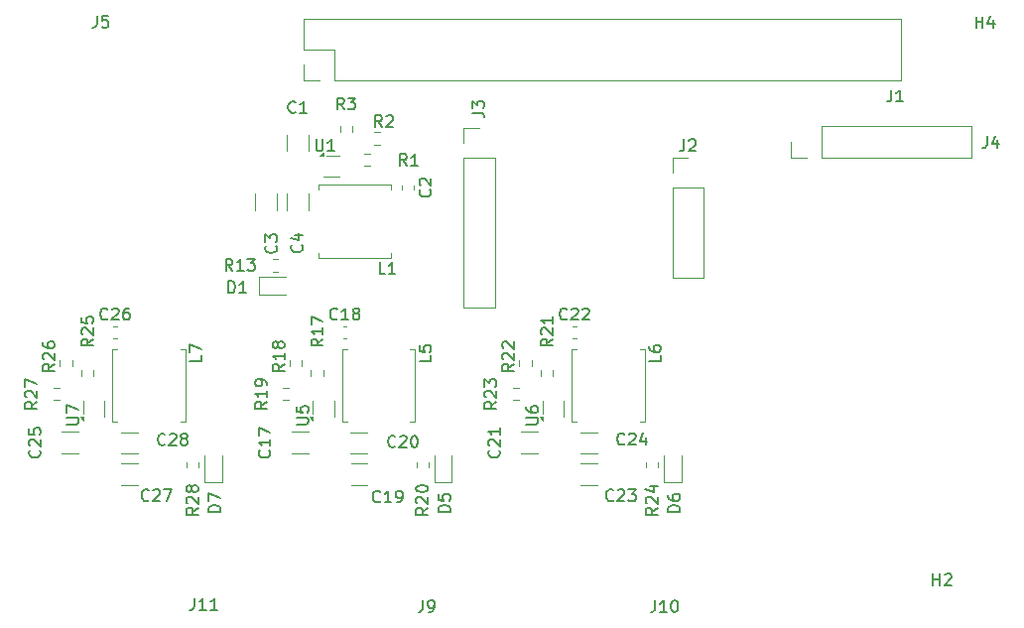
<source format=gbr>
%TF.GenerationSoftware,KiCad,Pcbnew,8.0.1*%
%TF.CreationDate,2024-04-24T14:46:20+03:00*%
%TF.ProjectId,QRPfRA_RP4_hat,51525066-5241-45f5-9250-345f6861742e,rev?*%
%TF.SameCoordinates,Original*%
%TF.FileFunction,Legend,Top*%
%TF.FilePolarity,Positive*%
%FSLAX46Y46*%
G04 Gerber Fmt 4.6, Leading zero omitted, Abs format (unit mm)*
G04 Created by KiCad (PCBNEW 8.0.1) date 2024-04-24 14:46:20*
%MOMM*%
%LPD*%
G01*
G04 APERTURE LIST*
%ADD10C,0.150000*%
%ADD11C,0.120000*%
G04 APERTURE END LIST*
D10*
X110029195Y-66167862D02*
X110029195Y-66882147D01*
X110029195Y-66882147D02*
X109981576Y-67025004D01*
X109981576Y-67025004D02*
X109886338Y-67120243D01*
X109886338Y-67120243D02*
X109743481Y-67167862D01*
X109743481Y-67167862D02*
X109648243Y-67167862D01*
X110981576Y-66167862D02*
X110505386Y-66167862D01*
X110505386Y-66167862D02*
X110457767Y-66644052D01*
X110457767Y-66644052D02*
X110505386Y-66596433D01*
X110505386Y-66596433D02*
X110600624Y-66548814D01*
X110600624Y-66548814D02*
X110838719Y-66548814D01*
X110838719Y-66548814D02*
X110933957Y-66596433D01*
X110933957Y-66596433D02*
X110981576Y-66644052D01*
X110981576Y-66644052D02*
X111029195Y-66739290D01*
X111029195Y-66739290D02*
X111029195Y-66977385D01*
X111029195Y-66977385D02*
X110981576Y-67072623D01*
X110981576Y-67072623D02*
X110933957Y-67120243D01*
X110933957Y-67120243D02*
X110838719Y-67167862D01*
X110838719Y-67167862D02*
X110600624Y-67167862D01*
X110600624Y-67167862D02*
X110505386Y-67120243D01*
X110505386Y-67120243D02*
X110457767Y-67072623D01*
X185040624Y-67227862D02*
X185040624Y-66227862D01*
X185040624Y-66704052D02*
X185612052Y-66704052D01*
X185612052Y-67227862D02*
X185612052Y-66227862D01*
X186516814Y-66561195D02*
X186516814Y-67227862D01*
X186278719Y-66180243D02*
X186040624Y-66894528D01*
X186040624Y-66894528D02*
X186659671Y-66894528D01*
X181385624Y-114792862D02*
X181385624Y-113792862D01*
X181385624Y-114269052D02*
X181957052Y-114269052D01*
X181957052Y-114792862D02*
X181957052Y-113792862D01*
X182385624Y-113888100D02*
X182433243Y-113840481D01*
X182433243Y-113840481D02*
X182528481Y-113792862D01*
X182528481Y-113792862D02*
X182766576Y-113792862D01*
X182766576Y-113792862D02*
X182861814Y-113840481D01*
X182861814Y-113840481D02*
X182909433Y-113888100D01*
X182909433Y-113888100D02*
X182957052Y-113983338D01*
X182957052Y-113983338D02*
X182957052Y-114078576D01*
X182957052Y-114078576D02*
X182909433Y-114221433D01*
X182909433Y-114221433D02*
X182338005Y-114792862D01*
X182338005Y-114792862D02*
X182957052Y-114792862D01*
X137829195Y-116067862D02*
X137829195Y-116782147D01*
X137829195Y-116782147D02*
X137781576Y-116925004D01*
X137781576Y-116925004D02*
X137686338Y-117020243D01*
X137686338Y-117020243D02*
X137543481Y-117067862D01*
X137543481Y-117067862D02*
X137448243Y-117067862D01*
X138353005Y-117067862D02*
X138543481Y-117067862D01*
X138543481Y-117067862D02*
X138638719Y-117020243D01*
X138638719Y-117020243D02*
X138686338Y-116972623D01*
X138686338Y-116972623D02*
X138781576Y-116829766D01*
X138781576Y-116829766D02*
X138829195Y-116639290D01*
X138829195Y-116639290D02*
X138829195Y-116258338D01*
X138829195Y-116258338D02*
X138781576Y-116163100D01*
X138781576Y-116163100D02*
X138733957Y-116115481D01*
X138733957Y-116115481D02*
X138638719Y-116067862D01*
X138638719Y-116067862D02*
X138448243Y-116067862D01*
X138448243Y-116067862D02*
X138353005Y-116115481D01*
X138353005Y-116115481D02*
X138305386Y-116163100D01*
X138305386Y-116163100D02*
X138257767Y-116258338D01*
X138257767Y-116258338D02*
X138257767Y-116496433D01*
X138257767Y-116496433D02*
X138305386Y-116591671D01*
X138305386Y-116591671D02*
X138353005Y-116639290D01*
X138353005Y-116639290D02*
X138448243Y-116686909D01*
X138448243Y-116686909D02*
X138638719Y-116686909D01*
X138638719Y-116686909D02*
X138733957Y-116639290D01*
X138733957Y-116639290D02*
X138781576Y-116591671D01*
X138781576Y-116591671D02*
X138829195Y-116496433D01*
X157653005Y-116067862D02*
X157653005Y-116782147D01*
X157653005Y-116782147D02*
X157605386Y-116925004D01*
X157605386Y-116925004D02*
X157510148Y-117020243D01*
X157510148Y-117020243D02*
X157367291Y-117067862D01*
X157367291Y-117067862D02*
X157272053Y-117067862D01*
X158653005Y-117067862D02*
X158081577Y-117067862D01*
X158367291Y-117067862D02*
X158367291Y-116067862D01*
X158367291Y-116067862D02*
X158272053Y-116210719D01*
X158272053Y-116210719D02*
X158176815Y-116305957D01*
X158176815Y-116305957D02*
X158081577Y-116353576D01*
X159272053Y-116067862D02*
X159367291Y-116067862D01*
X159367291Y-116067862D02*
X159462529Y-116115481D01*
X159462529Y-116115481D02*
X159510148Y-116163100D01*
X159510148Y-116163100D02*
X159557767Y-116258338D01*
X159557767Y-116258338D02*
X159605386Y-116448814D01*
X159605386Y-116448814D02*
X159605386Y-116686909D01*
X159605386Y-116686909D02*
X159557767Y-116877385D01*
X159557767Y-116877385D02*
X159510148Y-116972623D01*
X159510148Y-116972623D02*
X159462529Y-117020243D01*
X159462529Y-117020243D02*
X159367291Y-117067862D01*
X159367291Y-117067862D02*
X159272053Y-117067862D01*
X159272053Y-117067862D02*
X159176815Y-117020243D01*
X159176815Y-117020243D02*
X159129196Y-116972623D01*
X159129196Y-116972623D02*
X159081577Y-116877385D01*
X159081577Y-116877385D02*
X159033958Y-116686909D01*
X159033958Y-116686909D02*
X159033958Y-116448814D01*
X159033958Y-116448814D02*
X159081577Y-116258338D01*
X159081577Y-116258338D02*
X159129196Y-116163100D01*
X159129196Y-116163100D02*
X159176815Y-116115481D01*
X159176815Y-116115481D02*
X159272053Y-116067862D01*
X118353005Y-115867862D02*
X118353005Y-116582147D01*
X118353005Y-116582147D02*
X118305386Y-116725004D01*
X118305386Y-116725004D02*
X118210148Y-116820243D01*
X118210148Y-116820243D02*
X118067291Y-116867862D01*
X118067291Y-116867862D02*
X117972053Y-116867862D01*
X119353005Y-116867862D02*
X118781577Y-116867862D01*
X119067291Y-116867862D02*
X119067291Y-115867862D01*
X119067291Y-115867862D02*
X118972053Y-116010719D01*
X118972053Y-116010719D02*
X118876815Y-116105957D01*
X118876815Y-116105957D02*
X118781577Y-116153576D01*
X120305386Y-116867862D02*
X119733958Y-116867862D01*
X120019672Y-116867862D02*
X120019672Y-115867862D01*
X120019672Y-115867862D02*
X119924434Y-116010719D01*
X119924434Y-116010719D02*
X119829196Y-116105957D01*
X119829196Y-116105957D02*
X119733958Y-116153576D01*
X107467348Y-101024947D02*
X108276871Y-101024947D01*
X108276871Y-101024947D02*
X108372109Y-100977328D01*
X108372109Y-100977328D02*
X108419729Y-100929709D01*
X108419729Y-100929709D02*
X108467348Y-100834471D01*
X108467348Y-100834471D02*
X108467348Y-100643995D01*
X108467348Y-100643995D02*
X108419729Y-100548757D01*
X108419729Y-100548757D02*
X108372109Y-100501138D01*
X108372109Y-100501138D02*
X108276871Y-100453519D01*
X108276871Y-100453519D02*
X107467348Y-100453519D01*
X107467348Y-100072566D02*
X107467348Y-99405900D01*
X107467348Y-99405900D02*
X108467348Y-99834471D01*
X146667348Y-101024947D02*
X147476871Y-101024947D01*
X147476871Y-101024947D02*
X147572109Y-100977328D01*
X147572109Y-100977328D02*
X147619729Y-100929709D01*
X147619729Y-100929709D02*
X147667348Y-100834471D01*
X147667348Y-100834471D02*
X147667348Y-100643995D01*
X147667348Y-100643995D02*
X147619729Y-100548757D01*
X147619729Y-100548757D02*
X147572109Y-100501138D01*
X147572109Y-100501138D02*
X147476871Y-100453519D01*
X147476871Y-100453519D02*
X146667348Y-100453519D01*
X146667348Y-99548757D02*
X146667348Y-99739233D01*
X146667348Y-99739233D02*
X146714967Y-99834471D01*
X146714967Y-99834471D02*
X146762586Y-99882090D01*
X146762586Y-99882090D02*
X146905443Y-99977328D01*
X146905443Y-99977328D02*
X147095919Y-100024947D01*
X147095919Y-100024947D02*
X147476871Y-100024947D01*
X147476871Y-100024947D02*
X147572109Y-99977328D01*
X147572109Y-99977328D02*
X147619729Y-99929709D01*
X147619729Y-99929709D02*
X147667348Y-99834471D01*
X147667348Y-99834471D02*
X147667348Y-99643995D01*
X147667348Y-99643995D02*
X147619729Y-99548757D01*
X147619729Y-99548757D02*
X147572109Y-99501138D01*
X147572109Y-99501138D02*
X147476871Y-99453519D01*
X147476871Y-99453519D02*
X147238776Y-99453519D01*
X147238776Y-99453519D02*
X147143538Y-99501138D01*
X147143538Y-99501138D02*
X147095919Y-99548757D01*
X147095919Y-99548757D02*
X147048300Y-99643995D01*
X147048300Y-99643995D02*
X147048300Y-99834471D01*
X147048300Y-99834471D02*
X147095919Y-99929709D01*
X147095919Y-99929709D02*
X147143538Y-99977328D01*
X147143538Y-99977328D02*
X147238776Y-100024947D01*
X127067348Y-101024947D02*
X127876871Y-101024947D01*
X127876871Y-101024947D02*
X127972109Y-100977328D01*
X127972109Y-100977328D02*
X128019729Y-100929709D01*
X128019729Y-100929709D02*
X128067348Y-100834471D01*
X128067348Y-100834471D02*
X128067348Y-100643995D01*
X128067348Y-100643995D02*
X128019729Y-100548757D01*
X128019729Y-100548757D02*
X127972109Y-100501138D01*
X127972109Y-100501138D02*
X127876871Y-100453519D01*
X127876871Y-100453519D02*
X127067348Y-100453519D01*
X127067348Y-99501138D02*
X127067348Y-99977328D01*
X127067348Y-99977328D02*
X127543538Y-100024947D01*
X127543538Y-100024947D02*
X127495919Y-99977328D01*
X127495919Y-99977328D02*
X127448300Y-99882090D01*
X127448300Y-99882090D02*
X127448300Y-99643995D01*
X127448300Y-99643995D02*
X127495919Y-99548757D01*
X127495919Y-99548757D02*
X127543538Y-99501138D01*
X127543538Y-99501138D02*
X127638776Y-99453519D01*
X127638776Y-99453519D02*
X127876871Y-99453519D01*
X127876871Y-99453519D02*
X127972109Y-99501138D01*
X127972109Y-99501138D02*
X128019729Y-99548757D01*
X128019729Y-99548757D02*
X128067348Y-99643995D01*
X128067348Y-99643995D02*
X128067348Y-99882090D01*
X128067348Y-99882090D02*
X128019729Y-99977328D01*
X128019729Y-99977328D02*
X127972109Y-100024947D01*
X118667347Y-108155900D02*
X118191156Y-108489233D01*
X118667347Y-108727328D02*
X117667347Y-108727328D01*
X117667347Y-108727328D02*
X117667347Y-108346376D01*
X117667347Y-108346376D02*
X117714966Y-108251138D01*
X117714966Y-108251138D02*
X117762585Y-108203519D01*
X117762585Y-108203519D02*
X117857823Y-108155900D01*
X117857823Y-108155900D02*
X118000680Y-108155900D01*
X118000680Y-108155900D02*
X118095918Y-108203519D01*
X118095918Y-108203519D02*
X118143537Y-108251138D01*
X118143537Y-108251138D02*
X118191156Y-108346376D01*
X118191156Y-108346376D02*
X118191156Y-108727328D01*
X117762585Y-107774947D02*
X117714966Y-107727328D01*
X117714966Y-107727328D02*
X117667347Y-107632090D01*
X117667347Y-107632090D02*
X117667347Y-107393995D01*
X117667347Y-107393995D02*
X117714966Y-107298757D01*
X117714966Y-107298757D02*
X117762585Y-107251138D01*
X117762585Y-107251138D02*
X117857823Y-107203519D01*
X117857823Y-107203519D02*
X117953061Y-107203519D01*
X117953061Y-107203519D02*
X118095918Y-107251138D01*
X118095918Y-107251138D02*
X118667347Y-107822566D01*
X118667347Y-107822566D02*
X118667347Y-107203519D01*
X118095918Y-106632090D02*
X118048299Y-106727328D01*
X118048299Y-106727328D02*
X118000680Y-106774947D01*
X118000680Y-106774947D02*
X117905442Y-106822566D01*
X117905442Y-106822566D02*
X117857823Y-106822566D01*
X117857823Y-106822566D02*
X117762585Y-106774947D01*
X117762585Y-106774947D02*
X117714966Y-106727328D01*
X117714966Y-106727328D02*
X117667347Y-106632090D01*
X117667347Y-106632090D02*
X117667347Y-106441614D01*
X117667347Y-106441614D02*
X117714966Y-106346376D01*
X117714966Y-106346376D02*
X117762585Y-106298757D01*
X117762585Y-106298757D02*
X117857823Y-106251138D01*
X117857823Y-106251138D02*
X117905442Y-106251138D01*
X117905442Y-106251138D02*
X118000680Y-106298757D01*
X118000680Y-106298757D02*
X118048299Y-106346376D01*
X118048299Y-106346376D02*
X118095918Y-106441614D01*
X118095918Y-106441614D02*
X118095918Y-106632090D01*
X118095918Y-106632090D02*
X118143537Y-106727328D01*
X118143537Y-106727328D02*
X118191156Y-106774947D01*
X118191156Y-106774947D02*
X118286394Y-106822566D01*
X118286394Y-106822566D02*
X118476870Y-106822566D01*
X118476870Y-106822566D02*
X118572108Y-106774947D01*
X118572108Y-106774947D02*
X118619728Y-106727328D01*
X118619728Y-106727328D02*
X118667347Y-106632090D01*
X118667347Y-106632090D02*
X118667347Y-106441614D01*
X118667347Y-106441614D02*
X118619728Y-106346376D01*
X118619728Y-106346376D02*
X118572108Y-106298757D01*
X118572108Y-106298757D02*
X118476870Y-106251138D01*
X118476870Y-106251138D02*
X118286394Y-106251138D01*
X118286394Y-106251138D02*
X118191156Y-106298757D01*
X118191156Y-106298757D02*
X118143537Y-106346376D01*
X118143537Y-106346376D02*
X118095918Y-106441614D01*
X104917348Y-99105900D02*
X104441157Y-99439233D01*
X104917348Y-99677328D02*
X103917348Y-99677328D01*
X103917348Y-99677328D02*
X103917348Y-99296376D01*
X103917348Y-99296376D02*
X103964967Y-99201138D01*
X103964967Y-99201138D02*
X104012586Y-99153519D01*
X104012586Y-99153519D02*
X104107824Y-99105900D01*
X104107824Y-99105900D02*
X104250681Y-99105900D01*
X104250681Y-99105900D02*
X104345919Y-99153519D01*
X104345919Y-99153519D02*
X104393538Y-99201138D01*
X104393538Y-99201138D02*
X104441157Y-99296376D01*
X104441157Y-99296376D02*
X104441157Y-99677328D01*
X104012586Y-98724947D02*
X103964967Y-98677328D01*
X103964967Y-98677328D02*
X103917348Y-98582090D01*
X103917348Y-98582090D02*
X103917348Y-98343995D01*
X103917348Y-98343995D02*
X103964967Y-98248757D01*
X103964967Y-98248757D02*
X104012586Y-98201138D01*
X104012586Y-98201138D02*
X104107824Y-98153519D01*
X104107824Y-98153519D02*
X104203062Y-98153519D01*
X104203062Y-98153519D02*
X104345919Y-98201138D01*
X104345919Y-98201138D02*
X104917348Y-98772566D01*
X104917348Y-98772566D02*
X104917348Y-98153519D01*
X103917348Y-97820185D02*
X103917348Y-97153519D01*
X103917348Y-97153519D02*
X104917348Y-97582090D01*
X106417348Y-95880901D02*
X105941157Y-96214234D01*
X106417348Y-96452329D02*
X105417348Y-96452329D01*
X105417348Y-96452329D02*
X105417348Y-96071377D01*
X105417348Y-96071377D02*
X105464967Y-95976139D01*
X105464967Y-95976139D02*
X105512586Y-95928520D01*
X105512586Y-95928520D02*
X105607824Y-95880901D01*
X105607824Y-95880901D02*
X105750681Y-95880901D01*
X105750681Y-95880901D02*
X105845919Y-95928520D01*
X105845919Y-95928520D02*
X105893538Y-95976139D01*
X105893538Y-95976139D02*
X105941157Y-96071377D01*
X105941157Y-96071377D02*
X105941157Y-96452329D01*
X105512586Y-95499948D02*
X105464967Y-95452329D01*
X105464967Y-95452329D02*
X105417348Y-95357091D01*
X105417348Y-95357091D02*
X105417348Y-95118996D01*
X105417348Y-95118996D02*
X105464967Y-95023758D01*
X105464967Y-95023758D02*
X105512586Y-94976139D01*
X105512586Y-94976139D02*
X105607824Y-94928520D01*
X105607824Y-94928520D02*
X105703062Y-94928520D01*
X105703062Y-94928520D02*
X105845919Y-94976139D01*
X105845919Y-94976139D02*
X106417348Y-95547567D01*
X106417348Y-95547567D02*
X106417348Y-94928520D01*
X105417348Y-94071377D02*
X105417348Y-94261853D01*
X105417348Y-94261853D02*
X105464967Y-94357091D01*
X105464967Y-94357091D02*
X105512586Y-94404710D01*
X105512586Y-94404710D02*
X105655443Y-94499948D01*
X105655443Y-94499948D02*
X105845919Y-94547567D01*
X105845919Y-94547567D02*
X106226871Y-94547567D01*
X106226871Y-94547567D02*
X106322109Y-94499948D01*
X106322109Y-94499948D02*
X106369729Y-94452329D01*
X106369729Y-94452329D02*
X106417348Y-94357091D01*
X106417348Y-94357091D02*
X106417348Y-94166615D01*
X106417348Y-94166615D02*
X106369729Y-94071377D01*
X106369729Y-94071377D02*
X106322109Y-94023758D01*
X106322109Y-94023758D02*
X106226871Y-93976139D01*
X106226871Y-93976139D02*
X105988776Y-93976139D01*
X105988776Y-93976139D02*
X105893538Y-94023758D01*
X105893538Y-94023758D02*
X105845919Y-94071377D01*
X105845919Y-94071377D02*
X105798300Y-94166615D01*
X105798300Y-94166615D02*
X105798300Y-94357091D01*
X105798300Y-94357091D02*
X105845919Y-94452329D01*
X105845919Y-94452329D02*
X105893538Y-94499948D01*
X105893538Y-94499948D02*
X105988776Y-94547567D01*
X109717347Y-93755900D02*
X109241156Y-94089233D01*
X109717347Y-94327328D02*
X108717347Y-94327328D01*
X108717347Y-94327328D02*
X108717347Y-93946376D01*
X108717347Y-93946376D02*
X108764966Y-93851138D01*
X108764966Y-93851138D02*
X108812585Y-93803519D01*
X108812585Y-93803519D02*
X108907823Y-93755900D01*
X108907823Y-93755900D02*
X109050680Y-93755900D01*
X109050680Y-93755900D02*
X109145918Y-93803519D01*
X109145918Y-93803519D02*
X109193537Y-93851138D01*
X109193537Y-93851138D02*
X109241156Y-93946376D01*
X109241156Y-93946376D02*
X109241156Y-94327328D01*
X108812585Y-93374947D02*
X108764966Y-93327328D01*
X108764966Y-93327328D02*
X108717347Y-93232090D01*
X108717347Y-93232090D02*
X108717347Y-92993995D01*
X108717347Y-92993995D02*
X108764966Y-92898757D01*
X108764966Y-92898757D02*
X108812585Y-92851138D01*
X108812585Y-92851138D02*
X108907823Y-92803519D01*
X108907823Y-92803519D02*
X109003061Y-92803519D01*
X109003061Y-92803519D02*
X109145918Y-92851138D01*
X109145918Y-92851138D02*
X109717347Y-93422566D01*
X109717347Y-93422566D02*
X109717347Y-92803519D01*
X108717347Y-91898757D02*
X108717347Y-92374947D01*
X108717347Y-92374947D02*
X109193537Y-92422566D01*
X109193537Y-92422566D02*
X109145918Y-92374947D01*
X109145918Y-92374947D02*
X109098299Y-92279709D01*
X109098299Y-92279709D02*
X109098299Y-92041614D01*
X109098299Y-92041614D02*
X109145918Y-91946376D01*
X109145918Y-91946376D02*
X109193537Y-91898757D01*
X109193537Y-91898757D02*
X109288775Y-91851138D01*
X109288775Y-91851138D02*
X109526870Y-91851138D01*
X109526870Y-91851138D02*
X109622108Y-91898757D01*
X109622108Y-91898757D02*
X109669728Y-91946376D01*
X109669728Y-91946376D02*
X109717347Y-92041614D01*
X109717347Y-92041614D02*
X109717347Y-92279709D01*
X109717347Y-92279709D02*
X109669728Y-92374947D01*
X109669728Y-92374947D02*
X109622108Y-92422566D01*
X157867347Y-108155900D02*
X157391156Y-108489233D01*
X157867347Y-108727328D02*
X156867347Y-108727328D01*
X156867347Y-108727328D02*
X156867347Y-108346376D01*
X156867347Y-108346376D02*
X156914966Y-108251138D01*
X156914966Y-108251138D02*
X156962585Y-108203519D01*
X156962585Y-108203519D02*
X157057823Y-108155900D01*
X157057823Y-108155900D02*
X157200680Y-108155900D01*
X157200680Y-108155900D02*
X157295918Y-108203519D01*
X157295918Y-108203519D02*
X157343537Y-108251138D01*
X157343537Y-108251138D02*
X157391156Y-108346376D01*
X157391156Y-108346376D02*
X157391156Y-108727328D01*
X156962585Y-107774947D02*
X156914966Y-107727328D01*
X156914966Y-107727328D02*
X156867347Y-107632090D01*
X156867347Y-107632090D02*
X156867347Y-107393995D01*
X156867347Y-107393995D02*
X156914966Y-107298757D01*
X156914966Y-107298757D02*
X156962585Y-107251138D01*
X156962585Y-107251138D02*
X157057823Y-107203519D01*
X157057823Y-107203519D02*
X157153061Y-107203519D01*
X157153061Y-107203519D02*
X157295918Y-107251138D01*
X157295918Y-107251138D02*
X157867347Y-107822566D01*
X157867347Y-107822566D02*
X157867347Y-107203519D01*
X157200680Y-106346376D02*
X157867347Y-106346376D01*
X156819728Y-106584471D02*
X157534013Y-106822566D01*
X157534013Y-106822566D02*
X157534013Y-106203519D01*
X144117348Y-99105900D02*
X143641157Y-99439233D01*
X144117348Y-99677328D02*
X143117348Y-99677328D01*
X143117348Y-99677328D02*
X143117348Y-99296376D01*
X143117348Y-99296376D02*
X143164967Y-99201138D01*
X143164967Y-99201138D02*
X143212586Y-99153519D01*
X143212586Y-99153519D02*
X143307824Y-99105900D01*
X143307824Y-99105900D02*
X143450681Y-99105900D01*
X143450681Y-99105900D02*
X143545919Y-99153519D01*
X143545919Y-99153519D02*
X143593538Y-99201138D01*
X143593538Y-99201138D02*
X143641157Y-99296376D01*
X143641157Y-99296376D02*
X143641157Y-99677328D01*
X143212586Y-98724947D02*
X143164967Y-98677328D01*
X143164967Y-98677328D02*
X143117348Y-98582090D01*
X143117348Y-98582090D02*
X143117348Y-98343995D01*
X143117348Y-98343995D02*
X143164967Y-98248757D01*
X143164967Y-98248757D02*
X143212586Y-98201138D01*
X143212586Y-98201138D02*
X143307824Y-98153519D01*
X143307824Y-98153519D02*
X143403062Y-98153519D01*
X143403062Y-98153519D02*
X143545919Y-98201138D01*
X143545919Y-98201138D02*
X144117348Y-98772566D01*
X144117348Y-98772566D02*
X144117348Y-98153519D01*
X143117348Y-97820185D02*
X143117348Y-97201138D01*
X143117348Y-97201138D02*
X143498300Y-97534471D01*
X143498300Y-97534471D02*
X143498300Y-97391614D01*
X143498300Y-97391614D02*
X143545919Y-97296376D01*
X143545919Y-97296376D02*
X143593538Y-97248757D01*
X143593538Y-97248757D02*
X143688776Y-97201138D01*
X143688776Y-97201138D02*
X143926871Y-97201138D01*
X143926871Y-97201138D02*
X144022109Y-97248757D01*
X144022109Y-97248757D02*
X144069729Y-97296376D01*
X144069729Y-97296376D02*
X144117348Y-97391614D01*
X144117348Y-97391614D02*
X144117348Y-97677328D01*
X144117348Y-97677328D02*
X144069729Y-97772566D01*
X144069729Y-97772566D02*
X144022109Y-97820185D01*
X145617348Y-95880901D02*
X145141157Y-96214234D01*
X145617348Y-96452329D02*
X144617348Y-96452329D01*
X144617348Y-96452329D02*
X144617348Y-96071377D01*
X144617348Y-96071377D02*
X144664967Y-95976139D01*
X144664967Y-95976139D02*
X144712586Y-95928520D01*
X144712586Y-95928520D02*
X144807824Y-95880901D01*
X144807824Y-95880901D02*
X144950681Y-95880901D01*
X144950681Y-95880901D02*
X145045919Y-95928520D01*
X145045919Y-95928520D02*
X145093538Y-95976139D01*
X145093538Y-95976139D02*
X145141157Y-96071377D01*
X145141157Y-96071377D02*
X145141157Y-96452329D01*
X144712586Y-95499948D02*
X144664967Y-95452329D01*
X144664967Y-95452329D02*
X144617348Y-95357091D01*
X144617348Y-95357091D02*
X144617348Y-95118996D01*
X144617348Y-95118996D02*
X144664967Y-95023758D01*
X144664967Y-95023758D02*
X144712586Y-94976139D01*
X144712586Y-94976139D02*
X144807824Y-94928520D01*
X144807824Y-94928520D02*
X144903062Y-94928520D01*
X144903062Y-94928520D02*
X145045919Y-94976139D01*
X145045919Y-94976139D02*
X145617348Y-95547567D01*
X145617348Y-95547567D02*
X145617348Y-94928520D01*
X144712586Y-94547567D02*
X144664967Y-94499948D01*
X144664967Y-94499948D02*
X144617348Y-94404710D01*
X144617348Y-94404710D02*
X144617348Y-94166615D01*
X144617348Y-94166615D02*
X144664967Y-94071377D01*
X144664967Y-94071377D02*
X144712586Y-94023758D01*
X144712586Y-94023758D02*
X144807824Y-93976139D01*
X144807824Y-93976139D02*
X144903062Y-93976139D01*
X144903062Y-93976139D02*
X145045919Y-94023758D01*
X145045919Y-94023758D02*
X145617348Y-94595186D01*
X145617348Y-94595186D02*
X145617348Y-93976139D01*
X148917347Y-93755900D02*
X148441156Y-94089233D01*
X148917347Y-94327328D02*
X147917347Y-94327328D01*
X147917347Y-94327328D02*
X147917347Y-93946376D01*
X147917347Y-93946376D02*
X147964966Y-93851138D01*
X147964966Y-93851138D02*
X148012585Y-93803519D01*
X148012585Y-93803519D02*
X148107823Y-93755900D01*
X148107823Y-93755900D02*
X148250680Y-93755900D01*
X148250680Y-93755900D02*
X148345918Y-93803519D01*
X148345918Y-93803519D02*
X148393537Y-93851138D01*
X148393537Y-93851138D02*
X148441156Y-93946376D01*
X148441156Y-93946376D02*
X148441156Y-94327328D01*
X148012585Y-93374947D02*
X147964966Y-93327328D01*
X147964966Y-93327328D02*
X147917347Y-93232090D01*
X147917347Y-93232090D02*
X147917347Y-92993995D01*
X147917347Y-92993995D02*
X147964966Y-92898757D01*
X147964966Y-92898757D02*
X148012585Y-92851138D01*
X148012585Y-92851138D02*
X148107823Y-92803519D01*
X148107823Y-92803519D02*
X148203061Y-92803519D01*
X148203061Y-92803519D02*
X148345918Y-92851138D01*
X148345918Y-92851138D02*
X148917347Y-93422566D01*
X148917347Y-93422566D02*
X148917347Y-92803519D01*
X148917347Y-91851138D02*
X148917347Y-92422566D01*
X148917347Y-92136852D02*
X147917347Y-92136852D01*
X147917347Y-92136852D02*
X148060204Y-92232090D01*
X148060204Y-92232090D02*
X148155442Y-92327328D01*
X148155442Y-92327328D02*
X148203061Y-92422566D01*
X138267347Y-108155900D02*
X137791156Y-108489233D01*
X138267347Y-108727328D02*
X137267347Y-108727328D01*
X137267347Y-108727328D02*
X137267347Y-108346376D01*
X137267347Y-108346376D02*
X137314966Y-108251138D01*
X137314966Y-108251138D02*
X137362585Y-108203519D01*
X137362585Y-108203519D02*
X137457823Y-108155900D01*
X137457823Y-108155900D02*
X137600680Y-108155900D01*
X137600680Y-108155900D02*
X137695918Y-108203519D01*
X137695918Y-108203519D02*
X137743537Y-108251138D01*
X137743537Y-108251138D02*
X137791156Y-108346376D01*
X137791156Y-108346376D02*
X137791156Y-108727328D01*
X137362585Y-107774947D02*
X137314966Y-107727328D01*
X137314966Y-107727328D02*
X137267347Y-107632090D01*
X137267347Y-107632090D02*
X137267347Y-107393995D01*
X137267347Y-107393995D02*
X137314966Y-107298757D01*
X137314966Y-107298757D02*
X137362585Y-107251138D01*
X137362585Y-107251138D02*
X137457823Y-107203519D01*
X137457823Y-107203519D02*
X137553061Y-107203519D01*
X137553061Y-107203519D02*
X137695918Y-107251138D01*
X137695918Y-107251138D02*
X138267347Y-107822566D01*
X138267347Y-107822566D02*
X138267347Y-107203519D01*
X137267347Y-106584471D02*
X137267347Y-106489233D01*
X137267347Y-106489233D02*
X137314966Y-106393995D01*
X137314966Y-106393995D02*
X137362585Y-106346376D01*
X137362585Y-106346376D02*
X137457823Y-106298757D01*
X137457823Y-106298757D02*
X137648299Y-106251138D01*
X137648299Y-106251138D02*
X137886394Y-106251138D01*
X137886394Y-106251138D02*
X138076870Y-106298757D01*
X138076870Y-106298757D02*
X138172108Y-106346376D01*
X138172108Y-106346376D02*
X138219728Y-106393995D01*
X138219728Y-106393995D02*
X138267347Y-106489233D01*
X138267347Y-106489233D02*
X138267347Y-106584471D01*
X138267347Y-106584471D02*
X138219728Y-106679709D01*
X138219728Y-106679709D02*
X138172108Y-106727328D01*
X138172108Y-106727328D02*
X138076870Y-106774947D01*
X138076870Y-106774947D02*
X137886394Y-106822566D01*
X137886394Y-106822566D02*
X137648299Y-106822566D01*
X137648299Y-106822566D02*
X137457823Y-106774947D01*
X137457823Y-106774947D02*
X137362585Y-106727328D01*
X137362585Y-106727328D02*
X137314966Y-106679709D01*
X137314966Y-106679709D02*
X137267347Y-106584471D01*
X124517348Y-99105900D02*
X124041157Y-99439233D01*
X124517348Y-99677328D02*
X123517348Y-99677328D01*
X123517348Y-99677328D02*
X123517348Y-99296376D01*
X123517348Y-99296376D02*
X123564967Y-99201138D01*
X123564967Y-99201138D02*
X123612586Y-99153519D01*
X123612586Y-99153519D02*
X123707824Y-99105900D01*
X123707824Y-99105900D02*
X123850681Y-99105900D01*
X123850681Y-99105900D02*
X123945919Y-99153519D01*
X123945919Y-99153519D02*
X123993538Y-99201138D01*
X123993538Y-99201138D02*
X124041157Y-99296376D01*
X124041157Y-99296376D02*
X124041157Y-99677328D01*
X124517348Y-98153519D02*
X124517348Y-98724947D01*
X124517348Y-98439233D02*
X123517348Y-98439233D01*
X123517348Y-98439233D02*
X123660205Y-98534471D01*
X123660205Y-98534471D02*
X123755443Y-98629709D01*
X123755443Y-98629709D02*
X123803062Y-98724947D01*
X124517348Y-97677328D02*
X124517348Y-97486852D01*
X124517348Y-97486852D02*
X124469729Y-97391614D01*
X124469729Y-97391614D02*
X124422109Y-97343995D01*
X124422109Y-97343995D02*
X124279252Y-97248757D01*
X124279252Y-97248757D02*
X124088776Y-97201138D01*
X124088776Y-97201138D02*
X123707824Y-97201138D01*
X123707824Y-97201138D02*
X123612586Y-97248757D01*
X123612586Y-97248757D02*
X123564967Y-97296376D01*
X123564967Y-97296376D02*
X123517348Y-97391614D01*
X123517348Y-97391614D02*
X123517348Y-97582090D01*
X123517348Y-97582090D02*
X123564967Y-97677328D01*
X123564967Y-97677328D02*
X123612586Y-97724947D01*
X123612586Y-97724947D02*
X123707824Y-97772566D01*
X123707824Y-97772566D02*
X123945919Y-97772566D01*
X123945919Y-97772566D02*
X124041157Y-97724947D01*
X124041157Y-97724947D02*
X124088776Y-97677328D01*
X124088776Y-97677328D02*
X124136395Y-97582090D01*
X124136395Y-97582090D02*
X124136395Y-97391614D01*
X124136395Y-97391614D02*
X124088776Y-97296376D01*
X124088776Y-97296376D02*
X124041157Y-97248757D01*
X124041157Y-97248757D02*
X123945919Y-97201138D01*
X126017348Y-95880901D02*
X125541157Y-96214234D01*
X126017348Y-96452329D02*
X125017348Y-96452329D01*
X125017348Y-96452329D02*
X125017348Y-96071377D01*
X125017348Y-96071377D02*
X125064967Y-95976139D01*
X125064967Y-95976139D02*
X125112586Y-95928520D01*
X125112586Y-95928520D02*
X125207824Y-95880901D01*
X125207824Y-95880901D02*
X125350681Y-95880901D01*
X125350681Y-95880901D02*
X125445919Y-95928520D01*
X125445919Y-95928520D02*
X125493538Y-95976139D01*
X125493538Y-95976139D02*
X125541157Y-96071377D01*
X125541157Y-96071377D02*
X125541157Y-96452329D01*
X126017348Y-94928520D02*
X126017348Y-95499948D01*
X126017348Y-95214234D02*
X125017348Y-95214234D01*
X125017348Y-95214234D02*
X125160205Y-95309472D01*
X125160205Y-95309472D02*
X125255443Y-95404710D01*
X125255443Y-95404710D02*
X125303062Y-95499948D01*
X125445919Y-94357091D02*
X125398300Y-94452329D01*
X125398300Y-94452329D02*
X125350681Y-94499948D01*
X125350681Y-94499948D02*
X125255443Y-94547567D01*
X125255443Y-94547567D02*
X125207824Y-94547567D01*
X125207824Y-94547567D02*
X125112586Y-94499948D01*
X125112586Y-94499948D02*
X125064967Y-94452329D01*
X125064967Y-94452329D02*
X125017348Y-94357091D01*
X125017348Y-94357091D02*
X125017348Y-94166615D01*
X125017348Y-94166615D02*
X125064967Y-94071377D01*
X125064967Y-94071377D02*
X125112586Y-94023758D01*
X125112586Y-94023758D02*
X125207824Y-93976139D01*
X125207824Y-93976139D02*
X125255443Y-93976139D01*
X125255443Y-93976139D02*
X125350681Y-94023758D01*
X125350681Y-94023758D02*
X125398300Y-94071377D01*
X125398300Y-94071377D02*
X125445919Y-94166615D01*
X125445919Y-94166615D02*
X125445919Y-94357091D01*
X125445919Y-94357091D02*
X125493538Y-94452329D01*
X125493538Y-94452329D02*
X125541157Y-94499948D01*
X125541157Y-94499948D02*
X125636395Y-94547567D01*
X125636395Y-94547567D02*
X125826871Y-94547567D01*
X125826871Y-94547567D02*
X125922109Y-94499948D01*
X125922109Y-94499948D02*
X125969729Y-94452329D01*
X125969729Y-94452329D02*
X126017348Y-94357091D01*
X126017348Y-94357091D02*
X126017348Y-94166615D01*
X126017348Y-94166615D02*
X125969729Y-94071377D01*
X125969729Y-94071377D02*
X125922109Y-94023758D01*
X125922109Y-94023758D02*
X125826871Y-93976139D01*
X125826871Y-93976139D02*
X125636395Y-93976139D01*
X125636395Y-93976139D02*
X125541157Y-94023758D01*
X125541157Y-94023758D02*
X125493538Y-94071377D01*
X125493538Y-94071377D02*
X125445919Y-94166615D01*
X129317347Y-93755900D02*
X128841156Y-94089233D01*
X129317347Y-94327328D02*
X128317347Y-94327328D01*
X128317347Y-94327328D02*
X128317347Y-93946376D01*
X128317347Y-93946376D02*
X128364966Y-93851138D01*
X128364966Y-93851138D02*
X128412585Y-93803519D01*
X128412585Y-93803519D02*
X128507823Y-93755900D01*
X128507823Y-93755900D02*
X128650680Y-93755900D01*
X128650680Y-93755900D02*
X128745918Y-93803519D01*
X128745918Y-93803519D02*
X128793537Y-93851138D01*
X128793537Y-93851138D02*
X128841156Y-93946376D01*
X128841156Y-93946376D02*
X128841156Y-94327328D01*
X129317347Y-92803519D02*
X129317347Y-93374947D01*
X129317347Y-93089233D02*
X128317347Y-93089233D01*
X128317347Y-93089233D02*
X128460204Y-93184471D01*
X128460204Y-93184471D02*
X128555442Y-93279709D01*
X128555442Y-93279709D02*
X128603061Y-93374947D01*
X128317347Y-92470185D02*
X128317347Y-91803519D01*
X128317347Y-91803519D02*
X129317347Y-92232090D01*
X118942348Y-95129709D02*
X118942348Y-95605899D01*
X118942348Y-95605899D02*
X117942348Y-95605899D01*
X117942348Y-94891613D02*
X117942348Y-94224947D01*
X117942348Y-94224947D02*
X118942348Y-94653518D01*
X158142348Y-95129709D02*
X158142348Y-95605899D01*
X158142348Y-95605899D02*
X157142348Y-95605899D01*
X157142348Y-94367804D02*
X157142348Y-94558280D01*
X157142348Y-94558280D02*
X157189967Y-94653518D01*
X157189967Y-94653518D02*
X157237586Y-94701137D01*
X157237586Y-94701137D02*
X157380443Y-94796375D01*
X157380443Y-94796375D02*
X157570919Y-94843994D01*
X157570919Y-94843994D02*
X157951871Y-94843994D01*
X157951871Y-94843994D02*
X158047109Y-94796375D01*
X158047109Y-94796375D02*
X158094729Y-94748756D01*
X158094729Y-94748756D02*
X158142348Y-94653518D01*
X158142348Y-94653518D02*
X158142348Y-94463042D01*
X158142348Y-94463042D02*
X158094729Y-94367804D01*
X158094729Y-94367804D02*
X158047109Y-94320185D01*
X158047109Y-94320185D02*
X157951871Y-94272566D01*
X157951871Y-94272566D02*
X157713776Y-94272566D01*
X157713776Y-94272566D02*
X157618538Y-94320185D01*
X157618538Y-94320185D02*
X157570919Y-94367804D01*
X157570919Y-94367804D02*
X157523300Y-94463042D01*
X157523300Y-94463042D02*
X157523300Y-94653518D01*
X157523300Y-94653518D02*
X157570919Y-94748756D01*
X157570919Y-94748756D02*
X157618538Y-94796375D01*
X157618538Y-94796375D02*
X157713776Y-94843994D01*
X138542348Y-95129709D02*
X138542348Y-95605899D01*
X138542348Y-95605899D02*
X137542348Y-95605899D01*
X137542348Y-94320185D02*
X137542348Y-94796375D01*
X137542348Y-94796375D02*
X138018538Y-94843994D01*
X138018538Y-94843994D02*
X137970919Y-94796375D01*
X137970919Y-94796375D02*
X137923300Y-94701137D01*
X137923300Y-94701137D02*
X137923300Y-94463042D01*
X137923300Y-94463042D02*
X137970919Y-94367804D01*
X137970919Y-94367804D02*
X138018538Y-94320185D01*
X138018538Y-94320185D02*
X138113776Y-94272566D01*
X138113776Y-94272566D02*
X138351871Y-94272566D01*
X138351871Y-94272566D02*
X138447109Y-94320185D01*
X138447109Y-94320185D02*
X138494729Y-94367804D01*
X138494729Y-94367804D02*
X138542348Y-94463042D01*
X138542348Y-94463042D02*
X138542348Y-94701137D01*
X138542348Y-94701137D02*
X138494729Y-94796375D01*
X138494729Y-94796375D02*
X138447109Y-94843994D01*
X120567347Y-108501137D02*
X119567347Y-108501137D01*
X119567347Y-108501137D02*
X119567347Y-108263042D01*
X119567347Y-108263042D02*
X119614966Y-108120185D01*
X119614966Y-108120185D02*
X119710204Y-108024947D01*
X119710204Y-108024947D02*
X119805442Y-107977328D01*
X119805442Y-107977328D02*
X119995918Y-107929709D01*
X119995918Y-107929709D02*
X120138775Y-107929709D01*
X120138775Y-107929709D02*
X120329251Y-107977328D01*
X120329251Y-107977328D02*
X120424489Y-108024947D01*
X120424489Y-108024947D02*
X120519728Y-108120185D01*
X120519728Y-108120185D02*
X120567347Y-108263042D01*
X120567347Y-108263042D02*
X120567347Y-108501137D01*
X119567347Y-107596375D02*
X119567347Y-106929709D01*
X119567347Y-106929709D02*
X120567347Y-107358280D01*
X159767347Y-108501137D02*
X158767347Y-108501137D01*
X158767347Y-108501137D02*
X158767347Y-108263042D01*
X158767347Y-108263042D02*
X158814966Y-108120185D01*
X158814966Y-108120185D02*
X158910204Y-108024947D01*
X158910204Y-108024947D02*
X159005442Y-107977328D01*
X159005442Y-107977328D02*
X159195918Y-107929709D01*
X159195918Y-107929709D02*
X159338775Y-107929709D01*
X159338775Y-107929709D02*
X159529251Y-107977328D01*
X159529251Y-107977328D02*
X159624489Y-108024947D01*
X159624489Y-108024947D02*
X159719728Y-108120185D01*
X159719728Y-108120185D02*
X159767347Y-108263042D01*
X159767347Y-108263042D02*
X159767347Y-108501137D01*
X158767347Y-107072566D02*
X158767347Y-107263042D01*
X158767347Y-107263042D02*
X158814966Y-107358280D01*
X158814966Y-107358280D02*
X158862585Y-107405899D01*
X158862585Y-107405899D02*
X159005442Y-107501137D01*
X159005442Y-107501137D02*
X159195918Y-107548756D01*
X159195918Y-107548756D02*
X159576870Y-107548756D01*
X159576870Y-107548756D02*
X159672108Y-107501137D01*
X159672108Y-107501137D02*
X159719728Y-107453518D01*
X159719728Y-107453518D02*
X159767347Y-107358280D01*
X159767347Y-107358280D02*
X159767347Y-107167804D01*
X159767347Y-107167804D02*
X159719728Y-107072566D01*
X159719728Y-107072566D02*
X159672108Y-107024947D01*
X159672108Y-107024947D02*
X159576870Y-106977328D01*
X159576870Y-106977328D02*
X159338775Y-106977328D01*
X159338775Y-106977328D02*
X159243537Y-107024947D01*
X159243537Y-107024947D02*
X159195918Y-107072566D01*
X159195918Y-107072566D02*
X159148299Y-107167804D01*
X159148299Y-107167804D02*
X159148299Y-107358280D01*
X159148299Y-107358280D02*
X159195918Y-107453518D01*
X159195918Y-107453518D02*
X159243537Y-107501137D01*
X159243537Y-107501137D02*
X159338775Y-107548756D01*
X140167347Y-108501137D02*
X139167347Y-108501137D01*
X139167347Y-108501137D02*
X139167347Y-108263042D01*
X139167347Y-108263042D02*
X139214966Y-108120185D01*
X139214966Y-108120185D02*
X139310204Y-108024947D01*
X139310204Y-108024947D02*
X139405442Y-107977328D01*
X139405442Y-107977328D02*
X139595918Y-107929709D01*
X139595918Y-107929709D02*
X139738775Y-107929709D01*
X139738775Y-107929709D02*
X139929251Y-107977328D01*
X139929251Y-107977328D02*
X140024489Y-108024947D01*
X140024489Y-108024947D02*
X140119728Y-108120185D01*
X140119728Y-108120185D02*
X140167347Y-108263042D01*
X140167347Y-108263042D02*
X140167347Y-108501137D01*
X139167347Y-107024947D02*
X139167347Y-107501137D01*
X139167347Y-107501137D02*
X139643537Y-107548756D01*
X139643537Y-107548756D02*
X139595918Y-107501137D01*
X139595918Y-107501137D02*
X139548299Y-107405899D01*
X139548299Y-107405899D02*
X139548299Y-107167804D01*
X139548299Y-107167804D02*
X139595918Y-107072566D01*
X139595918Y-107072566D02*
X139643537Y-107024947D01*
X139643537Y-107024947D02*
X139738775Y-106977328D01*
X139738775Y-106977328D02*
X139976870Y-106977328D01*
X139976870Y-106977328D02*
X140072108Y-107024947D01*
X140072108Y-107024947D02*
X140119728Y-107072566D01*
X140119728Y-107072566D02*
X140167347Y-107167804D01*
X140167347Y-107167804D02*
X140167347Y-107405899D01*
X140167347Y-107405899D02*
X140119728Y-107501137D01*
X140119728Y-107501137D02*
X140072108Y-107548756D01*
X115847142Y-102749580D02*
X115799523Y-102797200D01*
X115799523Y-102797200D02*
X115656666Y-102844819D01*
X115656666Y-102844819D02*
X115561428Y-102844819D01*
X115561428Y-102844819D02*
X115418571Y-102797200D01*
X115418571Y-102797200D02*
X115323333Y-102701961D01*
X115323333Y-102701961D02*
X115275714Y-102606723D01*
X115275714Y-102606723D02*
X115228095Y-102416247D01*
X115228095Y-102416247D02*
X115228095Y-102273390D01*
X115228095Y-102273390D02*
X115275714Y-102082914D01*
X115275714Y-102082914D02*
X115323333Y-101987676D01*
X115323333Y-101987676D02*
X115418571Y-101892438D01*
X115418571Y-101892438D02*
X115561428Y-101844819D01*
X115561428Y-101844819D02*
X115656666Y-101844819D01*
X115656666Y-101844819D02*
X115799523Y-101892438D01*
X115799523Y-101892438D02*
X115847142Y-101940057D01*
X116228095Y-101940057D02*
X116275714Y-101892438D01*
X116275714Y-101892438D02*
X116370952Y-101844819D01*
X116370952Y-101844819D02*
X116609047Y-101844819D01*
X116609047Y-101844819D02*
X116704285Y-101892438D01*
X116704285Y-101892438D02*
X116751904Y-101940057D01*
X116751904Y-101940057D02*
X116799523Y-102035295D01*
X116799523Y-102035295D02*
X116799523Y-102130533D01*
X116799523Y-102130533D02*
X116751904Y-102273390D01*
X116751904Y-102273390D02*
X116180476Y-102844819D01*
X116180476Y-102844819D02*
X116799523Y-102844819D01*
X117370952Y-102273390D02*
X117275714Y-102225771D01*
X117275714Y-102225771D02*
X117228095Y-102178152D01*
X117228095Y-102178152D02*
X117180476Y-102082914D01*
X117180476Y-102082914D02*
X117180476Y-102035295D01*
X117180476Y-102035295D02*
X117228095Y-101940057D01*
X117228095Y-101940057D02*
X117275714Y-101892438D01*
X117275714Y-101892438D02*
X117370952Y-101844819D01*
X117370952Y-101844819D02*
X117561428Y-101844819D01*
X117561428Y-101844819D02*
X117656666Y-101892438D01*
X117656666Y-101892438D02*
X117704285Y-101940057D01*
X117704285Y-101940057D02*
X117751904Y-102035295D01*
X117751904Y-102035295D02*
X117751904Y-102082914D01*
X117751904Y-102082914D02*
X117704285Y-102178152D01*
X117704285Y-102178152D02*
X117656666Y-102225771D01*
X117656666Y-102225771D02*
X117561428Y-102273390D01*
X117561428Y-102273390D02*
X117370952Y-102273390D01*
X117370952Y-102273390D02*
X117275714Y-102321009D01*
X117275714Y-102321009D02*
X117228095Y-102368628D01*
X117228095Y-102368628D02*
X117180476Y-102463866D01*
X117180476Y-102463866D02*
X117180476Y-102654342D01*
X117180476Y-102654342D02*
X117228095Y-102749580D01*
X117228095Y-102749580D02*
X117275714Y-102797200D01*
X117275714Y-102797200D02*
X117370952Y-102844819D01*
X117370952Y-102844819D02*
X117561428Y-102844819D01*
X117561428Y-102844819D02*
X117656666Y-102797200D01*
X117656666Y-102797200D02*
X117704285Y-102749580D01*
X117704285Y-102749580D02*
X117751904Y-102654342D01*
X117751904Y-102654342D02*
X117751904Y-102463866D01*
X117751904Y-102463866D02*
X117704285Y-102368628D01*
X117704285Y-102368628D02*
X117656666Y-102321009D01*
X117656666Y-102321009D02*
X117561428Y-102273390D01*
X114447142Y-107499580D02*
X114399523Y-107547200D01*
X114399523Y-107547200D02*
X114256666Y-107594819D01*
X114256666Y-107594819D02*
X114161428Y-107594819D01*
X114161428Y-107594819D02*
X114018571Y-107547200D01*
X114018571Y-107547200D02*
X113923333Y-107451961D01*
X113923333Y-107451961D02*
X113875714Y-107356723D01*
X113875714Y-107356723D02*
X113828095Y-107166247D01*
X113828095Y-107166247D02*
X113828095Y-107023390D01*
X113828095Y-107023390D02*
X113875714Y-106832914D01*
X113875714Y-106832914D02*
X113923333Y-106737676D01*
X113923333Y-106737676D02*
X114018571Y-106642438D01*
X114018571Y-106642438D02*
X114161428Y-106594819D01*
X114161428Y-106594819D02*
X114256666Y-106594819D01*
X114256666Y-106594819D02*
X114399523Y-106642438D01*
X114399523Y-106642438D02*
X114447142Y-106690057D01*
X114828095Y-106690057D02*
X114875714Y-106642438D01*
X114875714Y-106642438D02*
X114970952Y-106594819D01*
X114970952Y-106594819D02*
X115209047Y-106594819D01*
X115209047Y-106594819D02*
X115304285Y-106642438D01*
X115304285Y-106642438D02*
X115351904Y-106690057D01*
X115351904Y-106690057D02*
X115399523Y-106785295D01*
X115399523Y-106785295D02*
X115399523Y-106880533D01*
X115399523Y-106880533D02*
X115351904Y-107023390D01*
X115351904Y-107023390D02*
X114780476Y-107594819D01*
X114780476Y-107594819D02*
X115399523Y-107594819D01*
X115732857Y-106594819D02*
X116399523Y-106594819D01*
X116399523Y-106594819D02*
X115970952Y-107594819D01*
X110944671Y-92022623D02*
X110897052Y-92070243D01*
X110897052Y-92070243D02*
X110754195Y-92117862D01*
X110754195Y-92117862D02*
X110658957Y-92117862D01*
X110658957Y-92117862D02*
X110516100Y-92070243D01*
X110516100Y-92070243D02*
X110420862Y-91975004D01*
X110420862Y-91975004D02*
X110373243Y-91879766D01*
X110373243Y-91879766D02*
X110325624Y-91689290D01*
X110325624Y-91689290D02*
X110325624Y-91546433D01*
X110325624Y-91546433D02*
X110373243Y-91355957D01*
X110373243Y-91355957D02*
X110420862Y-91260719D01*
X110420862Y-91260719D02*
X110516100Y-91165481D01*
X110516100Y-91165481D02*
X110658957Y-91117862D01*
X110658957Y-91117862D02*
X110754195Y-91117862D01*
X110754195Y-91117862D02*
X110897052Y-91165481D01*
X110897052Y-91165481D02*
X110944671Y-91213100D01*
X111325624Y-91213100D02*
X111373243Y-91165481D01*
X111373243Y-91165481D02*
X111468481Y-91117862D01*
X111468481Y-91117862D02*
X111706576Y-91117862D01*
X111706576Y-91117862D02*
X111801814Y-91165481D01*
X111801814Y-91165481D02*
X111849433Y-91213100D01*
X111849433Y-91213100D02*
X111897052Y-91308338D01*
X111897052Y-91308338D02*
X111897052Y-91403576D01*
X111897052Y-91403576D02*
X111849433Y-91546433D01*
X111849433Y-91546433D02*
X111278005Y-92117862D01*
X111278005Y-92117862D02*
X111897052Y-92117862D01*
X112754195Y-91117862D02*
X112563719Y-91117862D01*
X112563719Y-91117862D02*
X112468481Y-91165481D01*
X112468481Y-91165481D02*
X112420862Y-91213100D01*
X112420862Y-91213100D02*
X112325624Y-91355957D01*
X112325624Y-91355957D02*
X112278005Y-91546433D01*
X112278005Y-91546433D02*
X112278005Y-91927385D01*
X112278005Y-91927385D02*
X112325624Y-92022623D01*
X112325624Y-92022623D02*
X112373243Y-92070243D01*
X112373243Y-92070243D02*
X112468481Y-92117862D01*
X112468481Y-92117862D02*
X112658957Y-92117862D01*
X112658957Y-92117862D02*
X112754195Y-92070243D01*
X112754195Y-92070243D02*
X112801814Y-92022623D01*
X112801814Y-92022623D02*
X112849433Y-91927385D01*
X112849433Y-91927385D02*
X112849433Y-91689290D01*
X112849433Y-91689290D02*
X112801814Y-91594052D01*
X112801814Y-91594052D02*
X112754195Y-91546433D01*
X112754195Y-91546433D02*
X112658957Y-91498814D01*
X112658957Y-91498814D02*
X112468481Y-91498814D01*
X112468481Y-91498814D02*
X112373243Y-91546433D01*
X112373243Y-91546433D02*
X112325624Y-91594052D01*
X112325624Y-91594052D02*
X112278005Y-91689290D01*
X105122109Y-103255899D02*
X105169729Y-103303518D01*
X105169729Y-103303518D02*
X105217348Y-103446375D01*
X105217348Y-103446375D02*
X105217348Y-103541613D01*
X105217348Y-103541613D02*
X105169729Y-103684470D01*
X105169729Y-103684470D02*
X105074490Y-103779708D01*
X105074490Y-103779708D02*
X104979252Y-103827327D01*
X104979252Y-103827327D02*
X104788776Y-103874946D01*
X104788776Y-103874946D02*
X104645919Y-103874946D01*
X104645919Y-103874946D02*
X104455443Y-103827327D01*
X104455443Y-103827327D02*
X104360205Y-103779708D01*
X104360205Y-103779708D02*
X104264967Y-103684470D01*
X104264967Y-103684470D02*
X104217348Y-103541613D01*
X104217348Y-103541613D02*
X104217348Y-103446375D01*
X104217348Y-103446375D02*
X104264967Y-103303518D01*
X104264967Y-103303518D02*
X104312586Y-103255899D01*
X104312586Y-102874946D02*
X104264967Y-102827327D01*
X104264967Y-102827327D02*
X104217348Y-102732089D01*
X104217348Y-102732089D02*
X104217348Y-102493994D01*
X104217348Y-102493994D02*
X104264967Y-102398756D01*
X104264967Y-102398756D02*
X104312586Y-102351137D01*
X104312586Y-102351137D02*
X104407824Y-102303518D01*
X104407824Y-102303518D02*
X104503062Y-102303518D01*
X104503062Y-102303518D02*
X104645919Y-102351137D01*
X104645919Y-102351137D02*
X105217348Y-102922565D01*
X105217348Y-102922565D02*
X105217348Y-102303518D01*
X104217348Y-101398756D02*
X104217348Y-101874946D01*
X104217348Y-101874946D02*
X104693538Y-101922565D01*
X104693538Y-101922565D02*
X104645919Y-101874946D01*
X104645919Y-101874946D02*
X104598300Y-101779708D01*
X104598300Y-101779708D02*
X104598300Y-101541613D01*
X104598300Y-101541613D02*
X104645919Y-101446375D01*
X104645919Y-101446375D02*
X104693538Y-101398756D01*
X104693538Y-101398756D02*
X104788776Y-101351137D01*
X104788776Y-101351137D02*
X105026871Y-101351137D01*
X105026871Y-101351137D02*
X105122109Y-101398756D01*
X105122109Y-101398756D02*
X105169729Y-101446375D01*
X105169729Y-101446375D02*
X105217348Y-101541613D01*
X105217348Y-101541613D02*
X105217348Y-101779708D01*
X105217348Y-101779708D02*
X105169729Y-101874946D01*
X105169729Y-101874946D02*
X105122109Y-101922565D01*
X155047142Y-102699580D02*
X154999523Y-102747200D01*
X154999523Y-102747200D02*
X154856666Y-102794819D01*
X154856666Y-102794819D02*
X154761428Y-102794819D01*
X154761428Y-102794819D02*
X154618571Y-102747200D01*
X154618571Y-102747200D02*
X154523333Y-102651961D01*
X154523333Y-102651961D02*
X154475714Y-102556723D01*
X154475714Y-102556723D02*
X154428095Y-102366247D01*
X154428095Y-102366247D02*
X154428095Y-102223390D01*
X154428095Y-102223390D02*
X154475714Y-102032914D01*
X154475714Y-102032914D02*
X154523333Y-101937676D01*
X154523333Y-101937676D02*
X154618571Y-101842438D01*
X154618571Y-101842438D02*
X154761428Y-101794819D01*
X154761428Y-101794819D02*
X154856666Y-101794819D01*
X154856666Y-101794819D02*
X154999523Y-101842438D01*
X154999523Y-101842438D02*
X155047142Y-101890057D01*
X155428095Y-101890057D02*
X155475714Y-101842438D01*
X155475714Y-101842438D02*
X155570952Y-101794819D01*
X155570952Y-101794819D02*
X155809047Y-101794819D01*
X155809047Y-101794819D02*
X155904285Y-101842438D01*
X155904285Y-101842438D02*
X155951904Y-101890057D01*
X155951904Y-101890057D02*
X155999523Y-101985295D01*
X155999523Y-101985295D02*
X155999523Y-102080533D01*
X155999523Y-102080533D02*
X155951904Y-102223390D01*
X155951904Y-102223390D02*
X155380476Y-102794819D01*
X155380476Y-102794819D02*
X155999523Y-102794819D01*
X156856666Y-102128152D02*
X156856666Y-102794819D01*
X156618571Y-101747200D02*
X156380476Y-102461485D01*
X156380476Y-102461485D02*
X156999523Y-102461485D01*
X154097142Y-107499580D02*
X154049523Y-107547200D01*
X154049523Y-107547200D02*
X153906666Y-107594819D01*
X153906666Y-107594819D02*
X153811428Y-107594819D01*
X153811428Y-107594819D02*
X153668571Y-107547200D01*
X153668571Y-107547200D02*
X153573333Y-107451961D01*
X153573333Y-107451961D02*
X153525714Y-107356723D01*
X153525714Y-107356723D02*
X153478095Y-107166247D01*
X153478095Y-107166247D02*
X153478095Y-107023390D01*
X153478095Y-107023390D02*
X153525714Y-106832914D01*
X153525714Y-106832914D02*
X153573333Y-106737676D01*
X153573333Y-106737676D02*
X153668571Y-106642438D01*
X153668571Y-106642438D02*
X153811428Y-106594819D01*
X153811428Y-106594819D02*
X153906666Y-106594819D01*
X153906666Y-106594819D02*
X154049523Y-106642438D01*
X154049523Y-106642438D02*
X154097142Y-106690057D01*
X154478095Y-106690057D02*
X154525714Y-106642438D01*
X154525714Y-106642438D02*
X154620952Y-106594819D01*
X154620952Y-106594819D02*
X154859047Y-106594819D01*
X154859047Y-106594819D02*
X154954285Y-106642438D01*
X154954285Y-106642438D02*
X155001904Y-106690057D01*
X155001904Y-106690057D02*
X155049523Y-106785295D01*
X155049523Y-106785295D02*
X155049523Y-106880533D01*
X155049523Y-106880533D02*
X155001904Y-107023390D01*
X155001904Y-107023390D02*
X154430476Y-107594819D01*
X154430476Y-107594819D02*
X155049523Y-107594819D01*
X155382857Y-106594819D02*
X156001904Y-106594819D01*
X156001904Y-106594819D02*
X155668571Y-106975771D01*
X155668571Y-106975771D02*
X155811428Y-106975771D01*
X155811428Y-106975771D02*
X155906666Y-107023390D01*
X155906666Y-107023390D02*
X155954285Y-107071009D01*
X155954285Y-107071009D02*
X156001904Y-107166247D01*
X156001904Y-107166247D02*
X156001904Y-107404342D01*
X156001904Y-107404342D02*
X155954285Y-107499580D01*
X155954285Y-107499580D02*
X155906666Y-107547200D01*
X155906666Y-107547200D02*
X155811428Y-107594819D01*
X155811428Y-107594819D02*
X155525714Y-107594819D01*
X155525714Y-107594819D02*
X155430476Y-107547200D01*
X155430476Y-107547200D02*
X155382857Y-107499580D01*
X150144671Y-92022623D02*
X150097052Y-92070243D01*
X150097052Y-92070243D02*
X149954195Y-92117862D01*
X149954195Y-92117862D02*
X149858957Y-92117862D01*
X149858957Y-92117862D02*
X149716100Y-92070243D01*
X149716100Y-92070243D02*
X149620862Y-91975004D01*
X149620862Y-91975004D02*
X149573243Y-91879766D01*
X149573243Y-91879766D02*
X149525624Y-91689290D01*
X149525624Y-91689290D02*
X149525624Y-91546433D01*
X149525624Y-91546433D02*
X149573243Y-91355957D01*
X149573243Y-91355957D02*
X149620862Y-91260719D01*
X149620862Y-91260719D02*
X149716100Y-91165481D01*
X149716100Y-91165481D02*
X149858957Y-91117862D01*
X149858957Y-91117862D02*
X149954195Y-91117862D01*
X149954195Y-91117862D02*
X150097052Y-91165481D01*
X150097052Y-91165481D02*
X150144671Y-91213100D01*
X150525624Y-91213100D02*
X150573243Y-91165481D01*
X150573243Y-91165481D02*
X150668481Y-91117862D01*
X150668481Y-91117862D02*
X150906576Y-91117862D01*
X150906576Y-91117862D02*
X151001814Y-91165481D01*
X151001814Y-91165481D02*
X151049433Y-91213100D01*
X151049433Y-91213100D02*
X151097052Y-91308338D01*
X151097052Y-91308338D02*
X151097052Y-91403576D01*
X151097052Y-91403576D02*
X151049433Y-91546433D01*
X151049433Y-91546433D02*
X150478005Y-92117862D01*
X150478005Y-92117862D02*
X151097052Y-92117862D01*
X151478005Y-91213100D02*
X151525624Y-91165481D01*
X151525624Y-91165481D02*
X151620862Y-91117862D01*
X151620862Y-91117862D02*
X151858957Y-91117862D01*
X151858957Y-91117862D02*
X151954195Y-91165481D01*
X151954195Y-91165481D02*
X152001814Y-91213100D01*
X152001814Y-91213100D02*
X152049433Y-91308338D01*
X152049433Y-91308338D02*
X152049433Y-91403576D01*
X152049433Y-91403576D02*
X152001814Y-91546433D01*
X152001814Y-91546433D02*
X151430386Y-92117862D01*
X151430386Y-92117862D02*
X152049433Y-92117862D01*
X144322109Y-103255899D02*
X144369729Y-103303518D01*
X144369729Y-103303518D02*
X144417348Y-103446375D01*
X144417348Y-103446375D02*
X144417348Y-103541613D01*
X144417348Y-103541613D02*
X144369729Y-103684470D01*
X144369729Y-103684470D02*
X144274490Y-103779708D01*
X144274490Y-103779708D02*
X144179252Y-103827327D01*
X144179252Y-103827327D02*
X143988776Y-103874946D01*
X143988776Y-103874946D02*
X143845919Y-103874946D01*
X143845919Y-103874946D02*
X143655443Y-103827327D01*
X143655443Y-103827327D02*
X143560205Y-103779708D01*
X143560205Y-103779708D02*
X143464967Y-103684470D01*
X143464967Y-103684470D02*
X143417348Y-103541613D01*
X143417348Y-103541613D02*
X143417348Y-103446375D01*
X143417348Y-103446375D02*
X143464967Y-103303518D01*
X143464967Y-103303518D02*
X143512586Y-103255899D01*
X143512586Y-102874946D02*
X143464967Y-102827327D01*
X143464967Y-102827327D02*
X143417348Y-102732089D01*
X143417348Y-102732089D02*
X143417348Y-102493994D01*
X143417348Y-102493994D02*
X143464967Y-102398756D01*
X143464967Y-102398756D02*
X143512586Y-102351137D01*
X143512586Y-102351137D02*
X143607824Y-102303518D01*
X143607824Y-102303518D02*
X143703062Y-102303518D01*
X143703062Y-102303518D02*
X143845919Y-102351137D01*
X143845919Y-102351137D02*
X144417348Y-102922565D01*
X144417348Y-102922565D02*
X144417348Y-102303518D01*
X144417348Y-101351137D02*
X144417348Y-101922565D01*
X144417348Y-101636851D02*
X143417348Y-101636851D01*
X143417348Y-101636851D02*
X143560205Y-101732089D01*
X143560205Y-101732089D02*
X143655443Y-101827327D01*
X143655443Y-101827327D02*
X143703062Y-101922565D01*
X135497142Y-102899580D02*
X135449523Y-102947200D01*
X135449523Y-102947200D02*
X135306666Y-102994819D01*
X135306666Y-102994819D02*
X135211428Y-102994819D01*
X135211428Y-102994819D02*
X135068571Y-102947200D01*
X135068571Y-102947200D02*
X134973333Y-102851961D01*
X134973333Y-102851961D02*
X134925714Y-102756723D01*
X134925714Y-102756723D02*
X134878095Y-102566247D01*
X134878095Y-102566247D02*
X134878095Y-102423390D01*
X134878095Y-102423390D02*
X134925714Y-102232914D01*
X134925714Y-102232914D02*
X134973333Y-102137676D01*
X134973333Y-102137676D02*
X135068571Y-102042438D01*
X135068571Y-102042438D02*
X135211428Y-101994819D01*
X135211428Y-101994819D02*
X135306666Y-101994819D01*
X135306666Y-101994819D02*
X135449523Y-102042438D01*
X135449523Y-102042438D02*
X135497142Y-102090057D01*
X135878095Y-102090057D02*
X135925714Y-102042438D01*
X135925714Y-102042438D02*
X136020952Y-101994819D01*
X136020952Y-101994819D02*
X136259047Y-101994819D01*
X136259047Y-101994819D02*
X136354285Y-102042438D01*
X136354285Y-102042438D02*
X136401904Y-102090057D01*
X136401904Y-102090057D02*
X136449523Y-102185295D01*
X136449523Y-102185295D02*
X136449523Y-102280533D01*
X136449523Y-102280533D02*
X136401904Y-102423390D01*
X136401904Y-102423390D02*
X135830476Y-102994819D01*
X135830476Y-102994819D02*
X136449523Y-102994819D01*
X137068571Y-101994819D02*
X137163809Y-101994819D01*
X137163809Y-101994819D02*
X137259047Y-102042438D01*
X137259047Y-102042438D02*
X137306666Y-102090057D01*
X137306666Y-102090057D02*
X137354285Y-102185295D01*
X137354285Y-102185295D02*
X137401904Y-102375771D01*
X137401904Y-102375771D02*
X137401904Y-102613866D01*
X137401904Y-102613866D02*
X137354285Y-102804342D01*
X137354285Y-102804342D02*
X137306666Y-102899580D01*
X137306666Y-102899580D02*
X137259047Y-102947200D01*
X137259047Y-102947200D02*
X137163809Y-102994819D01*
X137163809Y-102994819D02*
X137068571Y-102994819D01*
X137068571Y-102994819D02*
X136973333Y-102947200D01*
X136973333Y-102947200D02*
X136925714Y-102899580D01*
X136925714Y-102899580D02*
X136878095Y-102804342D01*
X136878095Y-102804342D02*
X136830476Y-102613866D01*
X136830476Y-102613866D02*
X136830476Y-102375771D01*
X136830476Y-102375771D02*
X136878095Y-102185295D01*
X136878095Y-102185295D02*
X136925714Y-102090057D01*
X136925714Y-102090057D02*
X136973333Y-102042438D01*
X136973333Y-102042438D02*
X137068571Y-101994819D01*
X134197142Y-107599580D02*
X134149523Y-107647200D01*
X134149523Y-107647200D02*
X134006666Y-107694819D01*
X134006666Y-107694819D02*
X133911428Y-107694819D01*
X133911428Y-107694819D02*
X133768571Y-107647200D01*
X133768571Y-107647200D02*
X133673333Y-107551961D01*
X133673333Y-107551961D02*
X133625714Y-107456723D01*
X133625714Y-107456723D02*
X133578095Y-107266247D01*
X133578095Y-107266247D02*
X133578095Y-107123390D01*
X133578095Y-107123390D02*
X133625714Y-106932914D01*
X133625714Y-106932914D02*
X133673333Y-106837676D01*
X133673333Y-106837676D02*
X133768571Y-106742438D01*
X133768571Y-106742438D02*
X133911428Y-106694819D01*
X133911428Y-106694819D02*
X134006666Y-106694819D01*
X134006666Y-106694819D02*
X134149523Y-106742438D01*
X134149523Y-106742438D02*
X134197142Y-106790057D01*
X135149523Y-107694819D02*
X134578095Y-107694819D01*
X134863809Y-107694819D02*
X134863809Y-106694819D01*
X134863809Y-106694819D02*
X134768571Y-106837676D01*
X134768571Y-106837676D02*
X134673333Y-106932914D01*
X134673333Y-106932914D02*
X134578095Y-106980533D01*
X135625714Y-107694819D02*
X135816190Y-107694819D01*
X135816190Y-107694819D02*
X135911428Y-107647200D01*
X135911428Y-107647200D02*
X135959047Y-107599580D01*
X135959047Y-107599580D02*
X136054285Y-107456723D01*
X136054285Y-107456723D02*
X136101904Y-107266247D01*
X136101904Y-107266247D02*
X136101904Y-106885295D01*
X136101904Y-106885295D02*
X136054285Y-106790057D01*
X136054285Y-106790057D02*
X136006666Y-106742438D01*
X136006666Y-106742438D02*
X135911428Y-106694819D01*
X135911428Y-106694819D02*
X135720952Y-106694819D01*
X135720952Y-106694819D02*
X135625714Y-106742438D01*
X135625714Y-106742438D02*
X135578095Y-106790057D01*
X135578095Y-106790057D02*
X135530476Y-106885295D01*
X135530476Y-106885295D02*
X135530476Y-107123390D01*
X135530476Y-107123390D02*
X135578095Y-107218628D01*
X135578095Y-107218628D02*
X135625714Y-107266247D01*
X135625714Y-107266247D02*
X135720952Y-107313866D01*
X135720952Y-107313866D02*
X135911428Y-107313866D01*
X135911428Y-107313866D02*
X136006666Y-107266247D01*
X136006666Y-107266247D02*
X136054285Y-107218628D01*
X136054285Y-107218628D02*
X136101904Y-107123390D01*
X130544671Y-92022623D02*
X130497052Y-92070243D01*
X130497052Y-92070243D02*
X130354195Y-92117862D01*
X130354195Y-92117862D02*
X130258957Y-92117862D01*
X130258957Y-92117862D02*
X130116100Y-92070243D01*
X130116100Y-92070243D02*
X130020862Y-91975004D01*
X130020862Y-91975004D02*
X129973243Y-91879766D01*
X129973243Y-91879766D02*
X129925624Y-91689290D01*
X129925624Y-91689290D02*
X129925624Y-91546433D01*
X129925624Y-91546433D02*
X129973243Y-91355957D01*
X129973243Y-91355957D02*
X130020862Y-91260719D01*
X130020862Y-91260719D02*
X130116100Y-91165481D01*
X130116100Y-91165481D02*
X130258957Y-91117862D01*
X130258957Y-91117862D02*
X130354195Y-91117862D01*
X130354195Y-91117862D02*
X130497052Y-91165481D01*
X130497052Y-91165481D02*
X130544671Y-91213100D01*
X131497052Y-92117862D02*
X130925624Y-92117862D01*
X131211338Y-92117862D02*
X131211338Y-91117862D01*
X131211338Y-91117862D02*
X131116100Y-91260719D01*
X131116100Y-91260719D02*
X131020862Y-91355957D01*
X131020862Y-91355957D02*
X130925624Y-91403576D01*
X132068481Y-91546433D02*
X131973243Y-91498814D01*
X131973243Y-91498814D02*
X131925624Y-91451195D01*
X131925624Y-91451195D02*
X131878005Y-91355957D01*
X131878005Y-91355957D02*
X131878005Y-91308338D01*
X131878005Y-91308338D02*
X131925624Y-91213100D01*
X131925624Y-91213100D02*
X131973243Y-91165481D01*
X131973243Y-91165481D02*
X132068481Y-91117862D01*
X132068481Y-91117862D02*
X132258957Y-91117862D01*
X132258957Y-91117862D02*
X132354195Y-91165481D01*
X132354195Y-91165481D02*
X132401814Y-91213100D01*
X132401814Y-91213100D02*
X132449433Y-91308338D01*
X132449433Y-91308338D02*
X132449433Y-91355957D01*
X132449433Y-91355957D02*
X132401814Y-91451195D01*
X132401814Y-91451195D02*
X132354195Y-91498814D01*
X132354195Y-91498814D02*
X132258957Y-91546433D01*
X132258957Y-91546433D02*
X132068481Y-91546433D01*
X132068481Y-91546433D02*
X131973243Y-91594052D01*
X131973243Y-91594052D02*
X131925624Y-91641671D01*
X131925624Y-91641671D02*
X131878005Y-91736909D01*
X131878005Y-91736909D02*
X131878005Y-91927385D01*
X131878005Y-91927385D02*
X131925624Y-92022623D01*
X131925624Y-92022623D02*
X131973243Y-92070243D01*
X131973243Y-92070243D02*
X132068481Y-92117862D01*
X132068481Y-92117862D02*
X132258957Y-92117862D01*
X132258957Y-92117862D02*
X132354195Y-92070243D01*
X132354195Y-92070243D02*
X132401814Y-92022623D01*
X132401814Y-92022623D02*
X132449433Y-91927385D01*
X132449433Y-91927385D02*
X132449433Y-91736909D01*
X132449433Y-91736909D02*
X132401814Y-91641671D01*
X132401814Y-91641671D02*
X132354195Y-91594052D01*
X132354195Y-91594052D02*
X132258957Y-91546433D01*
X124722109Y-103255899D02*
X124769729Y-103303518D01*
X124769729Y-103303518D02*
X124817348Y-103446375D01*
X124817348Y-103446375D02*
X124817348Y-103541613D01*
X124817348Y-103541613D02*
X124769729Y-103684470D01*
X124769729Y-103684470D02*
X124674490Y-103779708D01*
X124674490Y-103779708D02*
X124579252Y-103827327D01*
X124579252Y-103827327D02*
X124388776Y-103874946D01*
X124388776Y-103874946D02*
X124245919Y-103874946D01*
X124245919Y-103874946D02*
X124055443Y-103827327D01*
X124055443Y-103827327D02*
X123960205Y-103779708D01*
X123960205Y-103779708D02*
X123864967Y-103684470D01*
X123864967Y-103684470D02*
X123817348Y-103541613D01*
X123817348Y-103541613D02*
X123817348Y-103446375D01*
X123817348Y-103446375D02*
X123864967Y-103303518D01*
X123864967Y-103303518D02*
X123912586Y-103255899D01*
X124817348Y-102303518D02*
X124817348Y-102874946D01*
X124817348Y-102589232D02*
X123817348Y-102589232D01*
X123817348Y-102589232D02*
X123960205Y-102684470D01*
X123960205Y-102684470D02*
X124055443Y-102779708D01*
X124055443Y-102779708D02*
X124103062Y-102874946D01*
X123817348Y-101970184D02*
X123817348Y-101303518D01*
X123817348Y-101303518D02*
X124817348Y-101732089D01*
X177814195Y-72492862D02*
X177814195Y-73207147D01*
X177814195Y-73207147D02*
X177766576Y-73350004D01*
X177766576Y-73350004D02*
X177671338Y-73445243D01*
X177671338Y-73445243D02*
X177528481Y-73492862D01*
X177528481Y-73492862D02*
X177433243Y-73492862D01*
X178814195Y-73492862D02*
X178242767Y-73492862D01*
X178528481Y-73492862D02*
X178528481Y-72492862D01*
X178528481Y-72492862D02*
X178433243Y-72635719D01*
X178433243Y-72635719D02*
X178338005Y-72730957D01*
X178338005Y-72730957D02*
X178242767Y-72778576D01*
X126972819Y-74375152D02*
X126925200Y-74422772D01*
X126925200Y-74422772D02*
X126782343Y-74470391D01*
X126782343Y-74470391D02*
X126687105Y-74470391D01*
X126687105Y-74470391D02*
X126544248Y-74422772D01*
X126544248Y-74422772D02*
X126449010Y-74327533D01*
X126449010Y-74327533D02*
X126401391Y-74232295D01*
X126401391Y-74232295D02*
X126353772Y-74041819D01*
X126353772Y-74041819D02*
X126353772Y-73898962D01*
X126353772Y-73898962D02*
X126401391Y-73708486D01*
X126401391Y-73708486D02*
X126449010Y-73613248D01*
X126449010Y-73613248D02*
X126544248Y-73518010D01*
X126544248Y-73518010D02*
X126687105Y-73470391D01*
X126687105Y-73470391D02*
X126782343Y-73470391D01*
X126782343Y-73470391D02*
X126925200Y-73518010D01*
X126925200Y-73518010D02*
X126972819Y-73565629D01*
X127925200Y-74470391D02*
X127353772Y-74470391D01*
X127639486Y-74470391D02*
X127639486Y-73470391D01*
X127639486Y-73470391D02*
X127544248Y-73613248D01*
X127544248Y-73613248D02*
X127449010Y-73708486D01*
X127449010Y-73708486D02*
X127353772Y-73756105D01*
X138449066Y-81007238D02*
X138496686Y-81054857D01*
X138496686Y-81054857D02*
X138544305Y-81197714D01*
X138544305Y-81197714D02*
X138544305Y-81292952D01*
X138544305Y-81292952D02*
X138496686Y-81435809D01*
X138496686Y-81435809D02*
X138401447Y-81531047D01*
X138401447Y-81531047D02*
X138306209Y-81578666D01*
X138306209Y-81578666D02*
X138115733Y-81626285D01*
X138115733Y-81626285D02*
X137972876Y-81626285D01*
X137972876Y-81626285D02*
X137782400Y-81578666D01*
X137782400Y-81578666D02*
X137687162Y-81531047D01*
X137687162Y-81531047D02*
X137591924Y-81435809D01*
X137591924Y-81435809D02*
X137544305Y-81292952D01*
X137544305Y-81292952D02*
X137544305Y-81197714D01*
X137544305Y-81197714D02*
X137591924Y-81054857D01*
X137591924Y-81054857D02*
X137639543Y-81007238D01*
X137639543Y-80626285D02*
X137591924Y-80578666D01*
X137591924Y-80578666D02*
X137544305Y-80483428D01*
X137544305Y-80483428D02*
X137544305Y-80245333D01*
X137544305Y-80245333D02*
X137591924Y-80150095D01*
X137591924Y-80150095D02*
X137639543Y-80102476D01*
X137639543Y-80102476D02*
X137734781Y-80054857D01*
X137734781Y-80054857D02*
X137830019Y-80054857D01*
X137830019Y-80054857D02*
X137972876Y-80102476D01*
X137972876Y-80102476D02*
X138544305Y-80673904D01*
X138544305Y-80673904D02*
X138544305Y-80054857D01*
X125299066Y-85782238D02*
X125346686Y-85829857D01*
X125346686Y-85829857D02*
X125394305Y-85972714D01*
X125394305Y-85972714D02*
X125394305Y-86067952D01*
X125394305Y-86067952D02*
X125346686Y-86210809D01*
X125346686Y-86210809D02*
X125251447Y-86306047D01*
X125251447Y-86306047D02*
X125156209Y-86353666D01*
X125156209Y-86353666D02*
X124965733Y-86401285D01*
X124965733Y-86401285D02*
X124822876Y-86401285D01*
X124822876Y-86401285D02*
X124632400Y-86353666D01*
X124632400Y-86353666D02*
X124537162Y-86306047D01*
X124537162Y-86306047D02*
X124441924Y-86210809D01*
X124441924Y-86210809D02*
X124394305Y-86067952D01*
X124394305Y-86067952D02*
X124394305Y-85972714D01*
X124394305Y-85972714D02*
X124441924Y-85829857D01*
X124441924Y-85829857D02*
X124489543Y-85782238D01*
X124394305Y-85448904D02*
X124394305Y-84829857D01*
X124394305Y-84829857D02*
X124775257Y-85163190D01*
X124775257Y-85163190D02*
X124775257Y-85020333D01*
X124775257Y-85020333D02*
X124822876Y-84925095D01*
X124822876Y-84925095D02*
X124870495Y-84877476D01*
X124870495Y-84877476D02*
X124965733Y-84829857D01*
X124965733Y-84829857D02*
X125203828Y-84829857D01*
X125203828Y-84829857D02*
X125299066Y-84877476D01*
X125299066Y-84877476D02*
X125346686Y-84925095D01*
X125346686Y-84925095D02*
X125394305Y-85020333D01*
X125394305Y-85020333D02*
X125394305Y-85306047D01*
X125394305Y-85306047D02*
X125346686Y-85401285D01*
X125346686Y-85401285D02*
X125299066Y-85448904D01*
X127499066Y-85732238D02*
X127546686Y-85779857D01*
X127546686Y-85779857D02*
X127594305Y-85922714D01*
X127594305Y-85922714D02*
X127594305Y-86017952D01*
X127594305Y-86017952D02*
X127546686Y-86160809D01*
X127546686Y-86160809D02*
X127451447Y-86256047D01*
X127451447Y-86256047D02*
X127356209Y-86303666D01*
X127356209Y-86303666D02*
X127165733Y-86351285D01*
X127165733Y-86351285D02*
X127022876Y-86351285D01*
X127022876Y-86351285D02*
X126832400Y-86303666D01*
X126832400Y-86303666D02*
X126737162Y-86256047D01*
X126737162Y-86256047D02*
X126641924Y-86160809D01*
X126641924Y-86160809D02*
X126594305Y-86017952D01*
X126594305Y-86017952D02*
X126594305Y-85922714D01*
X126594305Y-85922714D02*
X126641924Y-85779857D01*
X126641924Y-85779857D02*
X126689543Y-85732238D01*
X126927638Y-84875095D02*
X127594305Y-84875095D01*
X126546686Y-85113190D02*
X127260971Y-85351285D01*
X127260971Y-85351285D02*
X127260971Y-84732238D01*
X121251391Y-89820391D02*
X121251391Y-88820391D01*
X121251391Y-88820391D02*
X121489486Y-88820391D01*
X121489486Y-88820391D02*
X121632343Y-88868010D01*
X121632343Y-88868010D02*
X121727581Y-88963248D01*
X121727581Y-88963248D02*
X121775200Y-89058486D01*
X121775200Y-89058486D02*
X121822819Y-89248962D01*
X121822819Y-89248962D02*
X121822819Y-89391819D01*
X121822819Y-89391819D02*
X121775200Y-89582295D01*
X121775200Y-89582295D02*
X121727581Y-89677533D01*
X121727581Y-89677533D02*
X121632343Y-89772772D01*
X121632343Y-89772772D02*
X121489486Y-89820391D01*
X121489486Y-89820391D02*
X121251391Y-89820391D01*
X122775200Y-89820391D02*
X122203772Y-89820391D01*
X122489486Y-89820391D02*
X122489486Y-88820391D01*
X122489486Y-88820391D02*
X122394248Y-88963248D01*
X122394248Y-88963248D02*
X122299010Y-89058486D01*
X122299010Y-89058486D02*
X122203772Y-89106105D01*
X134622819Y-88195391D02*
X134146629Y-88195391D01*
X134146629Y-88195391D02*
X134146629Y-87195391D01*
X135479962Y-88195391D02*
X134908534Y-88195391D01*
X135194248Y-88195391D02*
X135194248Y-87195391D01*
X135194248Y-87195391D02*
X135099010Y-87338248D01*
X135099010Y-87338248D02*
X135003772Y-87433486D01*
X135003772Y-87433486D02*
X134908534Y-87481105D01*
X136472819Y-78970391D02*
X136139486Y-78494200D01*
X135901391Y-78970391D02*
X135901391Y-77970391D01*
X135901391Y-77970391D02*
X136282343Y-77970391D01*
X136282343Y-77970391D02*
X136377581Y-78018010D01*
X136377581Y-78018010D02*
X136425200Y-78065629D01*
X136425200Y-78065629D02*
X136472819Y-78160867D01*
X136472819Y-78160867D02*
X136472819Y-78303724D01*
X136472819Y-78303724D02*
X136425200Y-78398962D01*
X136425200Y-78398962D02*
X136377581Y-78446581D01*
X136377581Y-78446581D02*
X136282343Y-78494200D01*
X136282343Y-78494200D02*
X135901391Y-78494200D01*
X137425200Y-78970391D02*
X136853772Y-78970391D01*
X137139486Y-78970391D02*
X137139486Y-77970391D01*
X137139486Y-77970391D02*
X137044248Y-78113248D01*
X137044248Y-78113248D02*
X136949010Y-78208486D01*
X136949010Y-78208486D02*
X136853772Y-78256105D01*
X134347819Y-75670391D02*
X134014486Y-75194200D01*
X133776391Y-75670391D02*
X133776391Y-74670391D01*
X133776391Y-74670391D02*
X134157343Y-74670391D01*
X134157343Y-74670391D02*
X134252581Y-74718010D01*
X134252581Y-74718010D02*
X134300200Y-74765629D01*
X134300200Y-74765629D02*
X134347819Y-74860867D01*
X134347819Y-74860867D02*
X134347819Y-75003724D01*
X134347819Y-75003724D02*
X134300200Y-75098962D01*
X134300200Y-75098962D02*
X134252581Y-75146581D01*
X134252581Y-75146581D02*
X134157343Y-75194200D01*
X134157343Y-75194200D02*
X133776391Y-75194200D01*
X134728772Y-74765629D02*
X134776391Y-74718010D01*
X134776391Y-74718010D02*
X134871629Y-74670391D01*
X134871629Y-74670391D02*
X135109724Y-74670391D01*
X135109724Y-74670391D02*
X135204962Y-74718010D01*
X135204962Y-74718010D02*
X135252581Y-74765629D01*
X135252581Y-74765629D02*
X135300200Y-74860867D01*
X135300200Y-74860867D02*
X135300200Y-74956105D01*
X135300200Y-74956105D02*
X135252581Y-75098962D01*
X135252581Y-75098962D02*
X134681153Y-75670391D01*
X134681153Y-75670391D02*
X135300200Y-75670391D01*
X131122819Y-74170391D02*
X130789486Y-73694200D01*
X130551391Y-74170391D02*
X130551391Y-73170391D01*
X130551391Y-73170391D02*
X130932343Y-73170391D01*
X130932343Y-73170391D02*
X131027581Y-73218010D01*
X131027581Y-73218010D02*
X131075200Y-73265629D01*
X131075200Y-73265629D02*
X131122819Y-73360867D01*
X131122819Y-73360867D02*
X131122819Y-73503724D01*
X131122819Y-73503724D02*
X131075200Y-73598962D01*
X131075200Y-73598962D02*
X131027581Y-73646581D01*
X131027581Y-73646581D02*
X130932343Y-73694200D01*
X130932343Y-73694200D02*
X130551391Y-73694200D01*
X131456153Y-73170391D02*
X132075200Y-73170391D01*
X132075200Y-73170391D02*
X131741867Y-73551343D01*
X131741867Y-73551343D02*
X131884724Y-73551343D01*
X131884724Y-73551343D02*
X131979962Y-73598962D01*
X131979962Y-73598962D02*
X132027581Y-73646581D01*
X132027581Y-73646581D02*
X132075200Y-73741819D01*
X132075200Y-73741819D02*
X132075200Y-73979914D01*
X132075200Y-73979914D02*
X132027581Y-74075152D01*
X132027581Y-74075152D02*
X131979962Y-74122772D01*
X131979962Y-74122772D02*
X131884724Y-74170391D01*
X131884724Y-74170391D02*
X131599010Y-74170391D01*
X131599010Y-74170391D02*
X131503772Y-74122772D01*
X131503772Y-74122772D02*
X131456153Y-74075152D01*
X121596628Y-87920391D02*
X121263295Y-87444200D01*
X121025200Y-87920391D02*
X121025200Y-86920391D01*
X121025200Y-86920391D02*
X121406152Y-86920391D01*
X121406152Y-86920391D02*
X121501390Y-86968010D01*
X121501390Y-86968010D02*
X121549009Y-87015629D01*
X121549009Y-87015629D02*
X121596628Y-87110867D01*
X121596628Y-87110867D02*
X121596628Y-87253724D01*
X121596628Y-87253724D02*
X121549009Y-87348962D01*
X121549009Y-87348962D02*
X121501390Y-87396581D01*
X121501390Y-87396581D02*
X121406152Y-87444200D01*
X121406152Y-87444200D02*
X121025200Y-87444200D01*
X122549009Y-87920391D02*
X121977581Y-87920391D01*
X122263295Y-87920391D02*
X122263295Y-86920391D01*
X122263295Y-86920391D02*
X122168057Y-87063248D01*
X122168057Y-87063248D02*
X122072819Y-87158486D01*
X122072819Y-87158486D02*
X121977581Y-87206105D01*
X122882343Y-86920391D02*
X123501390Y-86920391D01*
X123501390Y-86920391D02*
X123168057Y-87301343D01*
X123168057Y-87301343D02*
X123310914Y-87301343D01*
X123310914Y-87301343D02*
X123406152Y-87348962D01*
X123406152Y-87348962D02*
X123453771Y-87396581D01*
X123453771Y-87396581D02*
X123501390Y-87491819D01*
X123501390Y-87491819D02*
X123501390Y-87729914D01*
X123501390Y-87729914D02*
X123453771Y-87825152D01*
X123453771Y-87825152D02*
X123406152Y-87872772D01*
X123406152Y-87872772D02*
X123310914Y-87920391D01*
X123310914Y-87920391D02*
X123025200Y-87920391D01*
X123025200Y-87920391D02*
X122929962Y-87872772D01*
X122929962Y-87872772D02*
X122882343Y-87825152D01*
X128727581Y-76720391D02*
X128727581Y-77529914D01*
X128727581Y-77529914D02*
X128775200Y-77625152D01*
X128775200Y-77625152D02*
X128822819Y-77672772D01*
X128822819Y-77672772D02*
X128918057Y-77720391D01*
X128918057Y-77720391D02*
X129108533Y-77720391D01*
X129108533Y-77720391D02*
X129203771Y-77672772D01*
X129203771Y-77672772D02*
X129251390Y-77625152D01*
X129251390Y-77625152D02*
X129299009Y-77529914D01*
X129299009Y-77529914D02*
X129299009Y-76720391D01*
X130299009Y-77720391D02*
X129727581Y-77720391D01*
X130013295Y-77720391D02*
X130013295Y-76720391D01*
X130013295Y-76720391D02*
X129918057Y-76863248D01*
X129918057Y-76863248D02*
X129822819Y-76958486D01*
X129822819Y-76958486D02*
X129727581Y-77006105D01*
X142074819Y-74443333D02*
X142789104Y-74443333D01*
X142789104Y-74443333D02*
X142931961Y-74490952D01*
X142931961Y-74490952D02*
X143027200Y-74586190D01*
X143027200Y-74586190D02*
X143074819Y-74729047D01*
X143074819Y-74729047D02*
X143074819Y-74824285D01*
X142074819Y-74062380D02*
X142074819Y-73443333D01*
X142074819Y-73443333D02*
X142455771Y-73776666D01*
X142455771Y-73776666D02*
X142455771Y-73633809D01*
X142455771Y-73633809D02*
X142503390Y-73538571D01*
X142503390Y-73538571D02*
X142551009Y-73490952D01*
X142551009Y-73490952D02*
X142646247Y-73443333D01*
X142646247Y-73443333D02*
X142884342Y-73443333D01*
X142884342Y-73443333D02*
X142979580Y-73490952D01*
X142979580Y-73490952D02*
X143027200Y-73538571D01*
X143027200Y-73538571D02*
X143074819Y-73633809D01*
X143074819Y-73633809D02*
X143074819Y-73919523D01*
X143074819Y-73919523D02*
X143027200Y-74014761D01*
X143027200Y-74014761D02*
X142979580Y-74062380D01*
X160118909Y-76717862D02*
X160118909Y-77432147D01*
X160118909Y-77432147D02*
X160071290Y-77575004D01*
X160071290Y-77575004D02*
X159976052Y-77670243D01*
X159976052Y-77670243D02*
X159833195Y-77717862D01*
X159833195Y-77717862D02*
X159737957Y-77717862D01*
X160547481Y-76813100D02*
X160595100Y-76765481D01*
X160595100Y-76765481D02*
X160690338Y-76717862D01*
X160690338Y-76717862D02*
X160928433Y-76717862D01*
X160928433Y-76717862D02*
X161023671Y-76765481D01*
X161023671Y-76765481D02*
X161071290Y-76813100D01*
X161071290Y-76813100D02*
X161118909Y-76908338D01*
X161118909Y-76908338D02*
X161118909Y-77003576D01*
X161118909Y-77003576D02*
X161071290Y-77146433D01*
X161071290Y-77146433D02*
X160499862Y-77717862D01*
X160499862Y-77717862D02*
X161118909Y-77717862D01*
X185976666Y-76454819D02*
X185976666Y-77169104D01*
X185976666Y-77169104D02*
X185929047Y-77311961D01*
X185929047Y-77311961D02*
X185833809Y-77407200D01*
X185833809Y-77407200D02*
X185690952Y-77454819D01*
X185690952Y-77454819D02*
X185595714Y-77454819D01*
X186881428Y-76788152D02*
X186881428Y-77454819D01*
X186643333Y-76407200D02*
X186405238Y-77121485D01*
X186405238Y-77121485D02*
X187024285Y-77121485D01*
D11*
%TO.C,U7*%
X108862529Y-99063043D02*
X108862529Y-100163043D01*
X110662529Y-99063043D02*
X110662529Y-100363043D01*
X108862529Y-100693043D02*
X108582529Y-100413043D01*
X108862529Y-100413043D01*
X108862529Y-100693043D01*
G36*
X108862529Y-100693043D02*
G01*
X108582529Y-100413043D01*
X108862529Y-100413043D01*
X108862529Y-100693043D01*
G37*
%TO.C,U6*%
X148062529Y-99063043D02*
X148062529Y-100163043D01*
X149862529Y-99063043D02*
X149862529Y-100363043D01*
X148062529Y-100693043D02*
X147782529Y-100413043D01*
X148062529Y-100413043D01*
X148062529Y-100693043D01*
G36*
X148062529Y-100693043D02*
G01*
X147782529Y-100413043D01*
X148062529Y-100413043D01*
X148062529Y-100693043D01*
G37*
%TO.C,U5*%
X128462529Y-100693043D02*
X128182529Y-100413043D01*
X128462529Y-100413043D01*
X128462529Y-100693043D01*
G36*
X128462529Y-100693043D02*
G01*
X128182529Y-100413043D01*
X128462529Y-100413043D01*
X128462529Y-100693043D01*
G37*
X130262529Y-99063043D02*
X130262529Y-100363043D01*
X128462529Y-99063043D02*
X128462529Y-100163043D01*
%TO.C,R28*%
X117690028Y-104720301D02*
X117690028Y-104245785D01*
X118735028Y-104720301D02*
X118735028Y-104245785D01*
%TO.C,R27*%
X106799787Y-98980543D02*
X106325271Y-98980543D01*
X106799787Y-97935543D02*
X106325271Y-97935543D01*
%TO.C,R26*%
X107910029Y-95570785D02*
X107910029Y-96045301D01*
X106865029Y-95570785D02*
X106865029Y-96045301D01*
%TO.C,R25*%
X109735029Y-96420785D02*
X109735029Y-96895301D01*
X108690029Y-96420785D02*
X108690029Y-96895301D01*
%TO.C,R24*%
X156890028Y-104720301D02*
X156890028Y-104245785D01*
X157935028Y-104720301D02*
X157935028Y-104245785D01*
%TO.C,R23*%
X145999787Y-98980543D02*
X145525271Y-98980543D01*
X145999787Y-97935543D02*
X145525271Y-97935543D01*
%TO.C,R22*%
X147110029Y-95570785D02*
X147110029Y-96045301D01*
X146065029Y-95570785D02*
X146065029Y-96045301D01*
%TO.C,R21*%
X148935029Y-96420785D02*
X148935029Y-96895301D01*
X147890029Y-96420785D02*
X147890029Y-96895301D01*
%TO.C,R20*%
X138335028Y-104720301D02*
X138335028Y-104245785D01*
X137290028Y-104720301D02*
X137290028Y-104245785D01*
%TO.C,R19*%
X126399787Y-97935543D02*
X125925271Y-97935543D01*
X126399787Y-98980543D02*
X125925271Y-98980543D01*
%TO.C,R18*%
X126465029Y-95570785D02*
X126465029Y-96045301D01*
X127510029Y-95570785D02*
X127510029Y-96045301D01*
%TO.C,R17*%
X128290029Y-96420785D02*
X128290029Y-96895301D01*
X129335029Y-96420785D02*
X129335029Y-96895301D01*
%TO.C,L7*%
X117562529Y-94608043D02*
X117162529Y-94608043D01*
X117562529Y-94608043D02*
X117562529Y-100808043D01*
X111362529Y-94608043D02*
X111762529Y-94608043D01*
X111362529Y-94608043D02*
X111362529Y-100808043D01*
X117562529Y-100808043D02*
X117162529Y-100808043D01*
X111362529Y-100808043D02*
X111762529Y-100808043D01*
%TO.C,L6*%
X156762529Y-94608043D02*
X156362529Y-94608043D01*
X156762529Y-94608043D02*
X156762529Y-100808043D01*
X150562529Y-94608043D02*
X150962529Y-94608043D01*
X150562529Y-94608043D02*
X150562529Y-100808043D01*
X156762529Y-100808043D02*
X156362529Y-100808043D01*
X150562529Y-100808043D02*
X150962529Y-100808043D01*
%TO.C,L5*%
X130962529Y-100808043D02*
X131362529Y-100808043D01*
X137162529Y-100808043D02*
X136762529Y-100808043D01*
X130962529Y-94608043D02*
X130962529Y-100808043D01*
X130962529Y-94608043D02*
X131362529Y-94608043D01*
X137162529Y-94608043D02*
X137162529Y-100808043D01*
X137162529Y-94608043D02*
X136762529Y-94608043D01*
%TO.C,D7*%
X119227528Y-105935543D02*
X120697528Y-105935543D01*
X120697528Y-105935543D02*
X120697528Y-103650543D01*
X119227528Y-103650543D02*
X119227528Y-105935543D01*
%TO.C,D6*%
X158427528Y-105935543D02*
X159897528Y-105935543D01*
X159897528Y-105935543D02*
X159897528Y-103650543D01*
X158427528Y-103650543D02*
X158427528Y-105935543D01*
%TO.C,D5*%
X138827528Y-103650543D02*
X138827528Y-105935543D01*
X140297528Y-105935543D02*
X140297528Y-103650543D01*
X138827528Y-105935543D02*
X140297528Y-105935543D01*
%TO.C,C28*%
X113498781Y-103523043D02*
X112076277Y-103523043D01*
X113498781Y-101703043D02*
X112076277Y-101703043D01*
%TO.C,C27*%
X113523781Y-106218043D02*
X112101277Y-106218043D01*
X113523781Y-104398043D02*
X112101277Y-104398043D01*
%TO.C,C26*%
X111728109Y-93718043D02*
X111446949Y-93718043D01*
X111728109Y-92698043D02*
X111446949Y-92698043D01*
%TO.C,C25*%
X107051277Y-101698043D02*
X108473781Y-101698043D01*
X107051277Y-103518043D02*
X108473781Y-103518043D01*
%TO.C,C24*%
X152698781Y-103523043D02*
X151276277Y-103523043D01*
X152698781Y-101703043D02*
X151276277Y-101703043D01*
%TO.C,C23*%
X152723781Y-106218043D02*
X151301277Y-106218043D01*
X152723781Y-104398043D02*
X151301277Y-104398043D01*
%TO.C,C22*%
X150928109Y-93718043D02*
X150646949Y-93718043D01*
X150928109Y-92698043D02*
X150646949Y-92698043D01*
%TO.C,C21*%
X146251277Y-101698043D02*
X147673781Y-101698043D01*
X146251277Y-103518043D02*
X147673781Y-103518043D01*
%TO.C,C20*%
X133098781Y-101703043D02*
X131676277Y-101703043D01*
X133098781Y-103523043D02*
X131676277Y-103523043D01*
%TO.C,C19*%
X133123781Y-104398043D02*
X131701277Y-104398043D01*
X133123781Y-106218043D02*
X131701277Y-106218043D01*
%TO.C,C18*%
X131328109Y-92698043D02*
X131046949Y-92698043D01*
X131328109Y-93718043D02*
X131046949Y-93718043D01*
%TO.C,C17*%
X126651277Y-103518043D02*
X128073781Y-103518043D01*
X126651277Y-101698043D02*
X128073781Y-101698043D01*
%TO.C,J1*%
X127692529Y-71643043D02*
X127692529Y-70313043D01*
X129022529Y-71643043D02*
X127692529Y-71643043D01*
X130292529Y-71643043D02*
X178612529Y-71643043D01*
X130292529Y-71643043D02*
X130292529Y-69043043D01*
X178612529Y-71643043D02*
X178612529Y-66443043D01*
X127692529Y-69043043D02*
X127692529Y-66443043D01*
X130292529Y-69043043D02*
X127692529Y-69043043D01*
X127692529Y-66443043D02*
X178612529Y-66443043D01*
%TO.C,C1*%
X128054486Y-76304320D02*
X128054486Y-77726824D01*
X126234486Y-76304320D02*
X126234486Y-77726824D01*
%TO.C,C2*%
X137054486Y-80981152D02*
X137054486Y-80699992D01*
X136034486Y-80981152D02*
X136034486Y-80699992D01*
%TO.C,C3*%
X125354486Y-82776824D02*
X125354486Y-81354320D01*
X123534486Y-82776824D02*
X123534486Y-81354320D01*
%TO.C,C4*%
X128049486Y-82751824D02*
X128049486Y-81329320D01*
X126229486Y-82751824D02*
X126229486Y-81329320D01*
%TO.C,D1*%
X123816986Y-88480572D02*
X123816986Y-89950572D01*
X123816986Y-89950572D02*
X126101986Y-89950572D01*
X126101986Y-88480572D02*
X123816986Y-88480572D01*
%TO.C,L1*%
X128944486Y-80615572D02*
X128944486Y-81015572D01*
X128944486Y-86815572D02*
X128944486Y-86415572D01*
X135144486Y-80615572D02*
X128944486Y-80615572D01*
X135144486Y-80615572D02*
X135144486Y-81015572D01*
X135144486Y-86815572D02*
X128944486Y-86815572D01*
X135144486Y-86815572D02*
X135144486Y-86415572D01*
%TO.C,R1*%
X133331744Y-78988072D02*
X132857228Y-78988072D01*
X133331744Y-77943072D02*
X132857228Y-77943072D01*
%TO.C,R2*%
X134181744Y-76118072D02*
X133707228Y-76118072D01*
X134181744Y-77163072D02*
X133707228Y-77163072D01*
%TO.C,R3*%
X130771986Y-76052830D02*
X130771986Y-75578314D01*
X131816986Y-76052830D02*
X131816986Y-75578314D01*
%TO.C,R13*%
X125032228Y-86943072D02*
X125506744Y-86943072D01*
X125032228Y-87988072D02*
X125506744Y-87988072D01*
%TO.C,U1*%
X129339486Y-78115572D02*
X129059486Y-78115572D01*
X129339486Y-77835572D01*
X129339486Y-78115572D01*
G36*
X129339486Y-78115572D02*
G01*
X129059486Y-78115572D01*
X129339486Y-77835572D01*
X129339486Y-78115572D01*
G37*
X130689486Y-79915572D02*
X129389486Y-79915572D01*
X130689486Y-78115572D02*
X129589486Y-78115572D01*
%TO.C,J3*%
X141320000Y-75710000D02*
X142650000Y-75710000D01*
X141320000Y-77040000D02*
X141320000Y-75710000D01*
X141320000Y-78310000D02*
X141320000Y-91070000D01*
X141320000Y-78310000D02*
X143980000Y-78310000D01*
X141320000Y-91070000D02*
X143980000Y-91070000D01*
X143980000Y-78310000D02*
X143980000Y-91070000D01*
%TO.C,J2*%
X161782243Y-80863043D02*
X161782243Y-88543043D01*
X159122243Y-88543043D02*
X161782243Y-88543043D01*
X159122243Y-80863043D02*
X161782243Y-80863043D01*
X159122243Y-80863043D02*
X159122243Y-88543043D01*
X159122243Y-79593043D02*
X159122243Y-78263043D01*
X159122243Y-78263043D02*
X160452243Y-78263043D01*
%TO.C,J4*%
X169250000Y-78270000D02*
X169250000Y-76940000D01*
X170580000Y-78270000D02*
X169250000Y-78270000D01*
X171850000Y-78270000D02*
X184610000Y-78270000D01*
X171850000Y-78270000D02*
X171850000Y-75610000D01*
X184610000Y-78270000D02*
X184610000Y-75610000D01*
X171850000Y-75610000D02*
X184610000Y-75610000D01*
%TD*%
M02*

</source>
